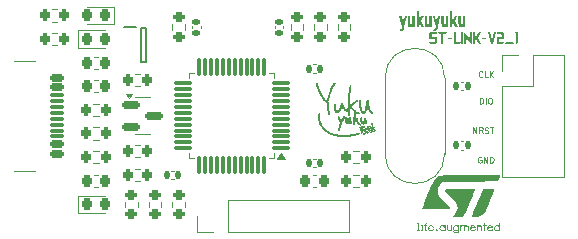
<source format=gbr>
%TF.GenerationSoftware,KiCad,Pcbnew,8.0.4*%
%TF.CreationDate,2024-10-29T04:22:13+09:00*%
%TF.ProjectId,ST-LINK-V2_1,53542d4c-494e-44b2-9d56-325f312e6b69,Rev2*%
%TF.SameCoordinates,Original*%
%TF.FileFunction,Legend,Top*%
%TF.FilePolarity,Positive*%
%FSLAX46Y46*%
G04 Gerber Fmt 4.6, Leading zero omitted, Abs format (unit mm)*
G04 Created by KiCad (PCBNEW 8.0.4) date 2024-10-29 04:22:13*
%MOMM*%
%LPD*%
G01*
G04 APERTURE LIST*
G04 Aperture macros list*
%AMRoundRect*
0 Rectangle with rounded corners*
0 $1 Rounding radius*
0 $2 $3 $4 $5 $6 $7 $8 $9 X,Y pos of 4 corners*
0 Add a 4 corners polygon primitive as box body*
4,1,4,$2,$3,$4,$5,$6,$7,$8,$9,$2,$3,0*
0 Add four circle primitives for the rounded corners*
1,1,$1+$1,$2,$3*
1,1,$1+$1,$4,$5*
1,1,$1+$1,$6,$7*
1,1,$1+$1,$8,$9*
0 Add four rect primitives between the rounded corners*
20,1,$1+$1,$2,$3,$4,$5,0*
20,1,$1+$1,$4,$5,$6,$7,0*
20,1,$1+$1,$6,$7,$8,$9,0*
20,1,$1+$1,$8,$9,$2,$3,0*%
G04 Aperture macros list end*
%ADD10C,0.100000*%
%ADD11C,0.120000*%
%ADD12C,0.000000*%
%ADD13C,0.200000*%
%ADD14RoundRect,0.150000X-0.587500X-0.150000X0.587500X-0.150000X0.587500X0.150000X-0.587500X0.150000X0*%
%ADD15RoundRect,0.218750X0.218750X0.256250X-0.218750X0.256250X-0.218750X-0.256250X0.218750X-0.256250X0*%
%ADD16RoundRect,0.140000X0.140000X0.170000X-0.140000X0.170000X-0.140000X-0.170000X0.140000X-0.170000X0*%
%ADD17RoundRect,0.225000X0.225000X0.250000X-0.225000X0.250000X-0.225000X-0.250000X0.225000X-0.250000X0*%
%ADD18RoundRect,0.200000X-0.200000X-0.275000X0.200000X-0.275000X0.200000X0.275000X-0.200000X0.275000X0*%
%ADD19RoundRect,0.140000X0.170000X-0.140000X0.170000X0.140000X-0.170000X0.140000X-0.170000X-0.140000X0*%
%ADD20R,1.700000X1.700000*%
%ADD21O,1.700000X1.700000*%
%ADD22RoundRect,0.200000X0.200000X0.275000X-0.200000X0.275000X-0.200000X-0.275000X0.200000X-0.275000X0*%
%ADD23RoundRect,0.140000X-0.140000X-0.170000X0.140000X-0.170000X0.140000X0.170000X-0.140000X0.170000X0*%
%ADD24RoundRect,0.200000X-0.275000X0.200000X-0.275000X-0.200000X0.275000X-0.200000X0.275000X0.200000X0*%
%ADD25RoundRect,0.200000X0.275000X-0.200000X0.275000X0.200000X-0.275000X0.200000X-0.275000X-0.200000X0*%
%ADD26C,1.500000*%
%ADD27RoundRect,0.218750X-0.218750X-0.256250X0.218750X-0.256250X0.218750X0.256250X-0.218750X0.256250X0*%
%ADD28RoundRect,0.075000X0.662500X0.075000X-0.662500X0.075000X-0.662500X-0.075000X0.662500X-0.075000X0*%
%ADD29RoundRect,0.075000X0.075000X0.662500X-0.075000X0.662500X-0.075000X-0.662500X0.075000X-0.662500X0*%
%ADD30C,0.650000*%
%ADD31RoundRect,0.150000X-0.425000X0.150000X-0.425000X-0.150000X0.425000X-0.150000X0.425000X0.150000X0*%
%ADD32RoundRect,0.075000X-0.500000X0.075000X-0.500000X-0.075000X0.500000X-0.075000X0.500000X0.075000X0*%
%ADD33O,2.100000X1.000000*%
%ADD34O,1.800000X1.000000*%
%ADD35R,1.050000X0.650000*%
G04 APERTURE END LIST*
D10*
G36*
X33811571Y-865536D02*
G01*
X33771268Y-862537D01*
X33731112Y-852599D01*
X33717586Y-847364D01*
X33753734Y-621098D01*
X33792822Y-631981D01*
X33796330Y-632528D01*
X33837901Y-623440D01*
X33873324Y-592025D01*
X33897413Y-538169D01*
X33902429Y-517637D01*
X33912199Y-470156D01*
X33667174Y458358D01*
X33868430Y458358D01*
X33952645Y61512D01*
X33964201Y3329D01*
X33976193Y-60529D01*
X33986790Y-118519D01*
X33998761Y-185166D01*
X34003057Y-209304D01*
X34008528Y-209304D01*
X34017403Y-149651D01*
X34026311Y-91632D01*
X34036134Y-28283D01*
X34045863Y34110D01*
X34050147Y61512D01*
X34123420Y458358D01*
X34312562Y458358D01*
X34093720Y-499758D01*
X34078065Y-557589D01*
X34058409Y-620073D01*
X34037806Y-675014D01*
X34012570Y-729578D01*
X33986045Y-773877D01*
X33982150Y-779367D01*
X33948115Y-817066D01*
X33908340Y-843994D01*
X33868828Y-858720D01*
X33824922Y-865200D01*
X33811571Y-865536D01*
G37*
G36*
X34599596Y-520861D02*
G01*
X34553205Y-514811D01*
X34512999Y-496662D01*
X34478979Y-466414D01*
X34451145Y-424067D01*
X34429496Y-369621D01*
X34414032Y-303075D01*
X34406494Y-245226D01*
X34402435Y-180571D01*
X34401661Y-133687D01*
X34401661Y458358D01*
X34600573Y458358D01*
X34600573Y-96171D01*
X34602581Y-155601D01*
X34611795Y-213870D01*
X34617572Y-229821D01*
X34651474Y-263144D01*
X34673846Y-266750D01*
X34713143Y-257284D01*
X34730705Y-244769D01*
X34761755Y-204446D01*
X34781117Y-168272D01*
X34781117Y458358D01*
X34980224Y458358D01*
X34980224Y-498000D01*
X34818242Y-498000D01*
X34803001Y-366695D01*
X34798703Y-366695D01*
X34771018Y-411108D01*
X34736122Y-454467D01*
X34699399Y-486986D01*
X34660848Y-508666D01*
X34620470Y-519506D01*
X34599596Y-520861D01*
G37*
G36*
X35139666Y-498000D02*
G01*
X35139666Y844066D01*
X35333301Y844066D01*
X35333301Y94338D01*
X35337600Y94338D01*
X35531236Y458358D01*
X35747928Y458358D01*
X35522443Y62977D01*
X35763169Y-498000D01*
X35546672Y-498000D01*
X35409896Y-135445D01*
X35333301Y-264992D01*
X35333301Y-498000D01*
X35139666Y-498000D01*
G37*
G36*
X36040824Y-520861D02*
G01*
X35994433Y-514811D01*
X35954228Y-496662D01*
X35920208Y-466414D01*
X35892373Y-424067D01*
X35870724Y-369621D01*
X35855260Y-303075D01*
X35847722Y-245226D01*
X35843663Y-180571D01*
X35842890Y-133687D01*
X35842890Y458358D01*
X36041801Y458358D01*
X36041801Y-96171D01*
X36043810Y-155601D01*
X36053023Y-213870D01*
X36058800Y-229821D01*
X36092703Y-263144D01*
X36115074Y-266750D01*
X36154371Y-257284D01*
X36171934Y-244769D01*
X36202983Y-204446D01*
X36222345Y-168272D01*
X36222345Y458358D01*
X36421452Y458358D01*
X36421452Y-498000D01*
X36259470Y-498000D01*
X36244229Y-366695D01*
X36239931Y-366695D01*
X36212246Y-411108D01*
X36177350Y-454467D01*
X36140627Y-486986D01*
X36102076Y-508666D01*
X36061698Y-519506D01*
X36040824Y-520861D01*
G37*
G36*
X36659638Y-865536D02*
G01*
X36619335Y-862537D01*
X36579179Y-852599D01*
X36565653Y-847364D01*
X36601801Y-621098D01*
X36640889Y-631981D01*
X36644397Y-632528D01*
X36685968Y-623440D01*
X36721391Y-592025D01*
X36745480Y-538169D01*
X36750496Y-517637D01*
X36760266Y-470156D01*
X36515241Y458358D01*
X36716497Y458358D01*
X36800712Y61512D01*
X36812268Y3329D01*
X36824260Y-60529D01*
X36834857Y-118519D01*
X36846828Y-185166D01*
X36851124Y-209304D01*
X36856595Y-209304D01*
X36865470Y-149651D01*
X36874378Y-91632D01*
X36884201Y-28283D01*
X36893930Y34110D01*
X36898214Y61512D01*
X36971487Y458358D01*
X37160629Y458358D01*
X36941787Y-499758D01*
X36926132Y-557589D01*
X36906476Y-620073D01*
X36885873Y-675014D01*
X36860637Y-729578D01*
X36834112Y-773877D01*
X36830217Y-779367D01*
X36796182Y-817066D01*
X36756407Y-843994D01*
X36716895Y-858720D01*
X36672989Y-865200D01*
X36659638Y-865536D01*
G37*
G36*
X37447663Y-520861D02*
G01*
X37401272Y-514811D01*
X37361066Y-496662D01*
X37327046Y-466414D01*
X37299212Y-424067D01*
X37277563Y-369621D01*
X37262099Y-303075D01*
X37254561Y-245226D01*
X37250502Y-180571D01*
X37249728Y-133687D01*
X37249728Y458358D01*
X37448640Y458358D01*
X37448640Y-96171D01*
X37450648Y-155601D01*
X37459862Y-213870D01*
X37465639Y-229821D01*
X37499541Y-263144D01*
X37521913Y-266750D01*
X37561210Y-257284D01*
X37578772Y-244769D01*
X37609822Y-204446D01*
X37629184Y-168272D01*
X37629184Y458358D01*
X37828291Y458358D01*
X37828291Y-498000D01*
X37666309Y-498000D01*
X37651068Y-366695D01*
X37646770Y-366695D01*
X37619085Y-411108D01*
X37584189Y-454467D01*
X37547466Y-486986D01*
X37508915Y-508666D01*
X37468537Y-519506D01*
X37447663Y-520861D01*
G37*
G36*
X37987733Y-498000D02*
G01*
X37987733Y844066D01*
X38181368Y844066D01*
X38181368Y94338D01*
X38185667Y94338D01*
X38379303Y458358D01*
X38595995Y458358D01*
X38370510Y62977D01*
X38611236Y-498000D01*
X38394739Y-498000D01*
X38257963Y-135445D01*
X38181368Y-264992D01*
X38181368Y-498000D01*
X37987733Y-498000D01*
G37*
G36*
X38888891Y-520861D02*
G01*
X38842500Y-514811D01*
X38802295Y-496662D01*
X38768275Y-466414D01*
X38740440Y-424067D01*
X38718791Y-369621D01*
X38703327Y-303075D01*
X38695789Y-245226D01*
X38691730Y-180571D01*
X38690957Y-133687D01*
X38690957Y458358D01*
X38889868Y458358D01*
X38889868Y-96171D01*
X38891877Y-155601D01*
X38901090Y-213870D01*
X38906867Y-229821D01*
X38940770Y-263144D01*
X38963141Y-266750D01*
X39002438Y-257284D01*
X39020000Y-244769D01*
X39051050Y-204446D01*
X39070412Y-168272D01*
X39070412Y458358D01*
X39269519Y458358D01*
X39269519Y-498000D01*
X39107537Y-498000D01*
X39092296Y-366695D01*
X39087998Y-366695D01*
X39060313Y-411108D01*
X39025417Y-454467D01*
X38988694Y-486986D01*
X38950143Y-508666D01*
X38909765Y-519506D01*
X38888891Y-520861D01*
G37*
X40702380Y-4678490D02*
X40678571Y-4702300D01*
X40678571Y-4702300D02*
X40607142Y-4726109D01*
X40607142Y-4726109D02*
X40559523Y-4726109D01*
X40559523Y-4726109D02*
X40488095Y-4702300D01*
X40488095Y-4702300D02*
X40440476Y-4654680D01*
X40440476Y-4654680D02*
X40416666Y-4607061D01*
X40416666Y-4607061D02*
X40392857Y-4511823D01*
X40392857Y-4511823D02*
X40392857Y-4440395D01*
X40392857Y-4440395D02*
X40416666Y-4345157D01*
X40416666Y-4345157D02*
X40440476Y-4297538D01*
X40440476Y-4297538D02*
X40488095Y-4249919D01*
X40488095Y-4249919D02*
X40559523Y-4226109D01*
X40559523Y-4226109D02*
X40607142Y-4226109D01*
X40607142Y-4226109D02*
X40678571Y-4249919D01*
X40678571Y-4249919D02*
X40702380Y-4273728D01*
X41154761Y-4726109D02*
X40916666Y-4726109D01*
X40916666Y-4726109D02*
X40916666Y-4226109D01*
X41321428Y-4726109D02*
X41321428Y-4226109D01*
X41607142Y-4726109D02*
X41392857Y-4440395D01*
X41607142Y-4226109D02*
X41321428Y-4511823D01*
X40488095Y-6976109D02*
X40488095Y-6476109D01*
X40488095Y-6476109D02*
X40607143Y-6476109D01*
X40607143Y-6476109D02*
X40678571Y-6499919D01*
X40678571Y-6499919D02*
X40726190Y-6547538D01*
X40726190Y-6547538D02*
X40750000Y-6595157D01*
X40750000Y-6595157D02*
X40773809Y-6690395D01*
X40773809Y-6690395D02*
X40773809Y-6761823D01*
X40773809Y-6761823D02*
X40750000Y-6857061D01*
X40750000Y-6857061D02*
X40726190Y-6904680D01*
X40726190Y-6904680D02*
X40678571Y-6952300D01*
X40678571Y-6952300D02*
X40607143Y-6976109D01*
X40607143Y-6976109D02*
X40488095Y-6976109D01*
X40988095Y-6976109D02*
X40988095Y-6476109D01*
X41321428Y-6476109D02*
X41416666Y-6476109D01*
X41416666Y-6476109D02*
X41464285Y-6499919D01*
X41464285Y-6499919D02*
X41511904Y-6547538D01*
X41511904Y-6547538D02*
X41535714Y-6642776D01*
X41535714Y-6642776D02*
X41535714Y-6809442D01*
X41535714Y-6809442D02*
X41511904Y-6904680D01*
X41511904Y-6904680D02*
X41464285Y-6952300D01*
X41464285Y-6952300D02*
X41416666Y-6976109D01*
X41416666Y-6976109D02*
X41321428Y-6976109D01*
X41321428Y-6976109D02*
X41273809Y-6952300D01*
X41273809Y-6952300D02*
X41226190Y-6904680D01*
X41226190Y-6904680D02*
X41202381Y-6809442D01*
X41202381Y-6809442D02*
X41202381Y-6642776D01*
X41202381Y-6642776D02*
X41226190Y-6547538D01*
X41226190Y-6547538D02*
X41273809Y-6499919D01*
X41273809Y-6499919D02*
X41321428Y-6476109D01*
X39928571Y-9476109D02*
X39928571Y-8976109D01*
X39928571Y-8976109D02*
X40214285Y-9476109D01*
X40214285Y-9476109D02*
X40214285Y-8976109D01*
X40738095Y-9476109D02*
X40571429Y-9238014D01*
X40452381Y-9476109D02*
X40452381Y-8976109D01*
X40452381Y-8976109D02*
X40642857Y-8976109D01*
X40642857Y-8976109D02*
X40690476Y-8999919D01*
X40690476Y-8999919D02*
X40714286Y-9023728D01*
X40714286Y-9023728D02*
X40738095Y-9071347D01*
X40738095Y-9071347D02*
X40738095Y-9142776D01*
X40738095Y-9142776D02*
X40714286Y-9190395D01*
X40714286Y-9190395D02*
X40690476Y-9214204D01*
X40690476Y-9214204D02*
X40642857Y-9238014D01*
X40642857Y-9238014D02*
X40452381Y-9238014D01*
X40928572Y-9452300D02*
X41000000Y-9476109D01*
X41000000Y-9476109D02*
X41119048Y-9476109D01*
X41119048Y-9476109D02*
X41166667Y-9452300D01*
X41166667Y-9452300D02*
X41190476Y-9428490D01*
X41190476Y-9428490D02*
X41214286Y-9380871D01*
X41214286Y-9380871D02*
X41214286Y-9333252D01*
X41214286Y-9333252D02*
X41190476Y-9285633D01*
X41190476Y-9285633D02*
X41166667Y-9261823D01*
X41166667Y-9261823D02*
X41119048Y-9238014D01*
X41119048Y-9238014D02*
X41023810Y-9214204D01*
X41023810Y-9214204D02*
X40976191Y-9190395D01*
X40976191Y-9190395D02*
X40952381Y-9166585D01*
X40952381Y-9166585D02*
X40928572Y-9118966D01*
X40928572Y-9118966D02*
X40928572Y-9071347D01*
X40928572Y-9071347D02*
X40952381Y-9023728D01*
X40952381Y-9023728D02*
X40976191Y-8999919D01*
X40976191Y-8999919D02*
X41023810Y-8976109D01*
X41023810Y-8976109D02*
X41142857Y-8976109D01*
X41142857Y-8976109D02*
X41214286Y-8999919D01*
X41357143Y-8976109D02*
X41642857Y-8976109D01*
X41500000Y-9476109D02*
X41500000Y-8976109D01*
X40619047Y-11499919D02*
X40571428Y-11476109D01*
X40571428Y-11476109D02*
X40499999Y-11476109D01*
X40499999Y-11476109D02*
X40428571Y-11499919D01*
X40428571Y-11499919D02*
X40380952Y-11547538D01*
X40380952Y-11547538D02*
X40357142Y-11595157D01*
X40357142Y-11595157D02*
X40333333Y-11690395D01*
X40333333Y-11690395D02*
X40333333Y-11761823D01*
X40333333Y-11761823D02*
X40357142Y-11857061D01*
X40357142Y-11857061D02*
X40380952Y-11904680D01*
X40380952Y-11904680D02*
X40428571Y-11952300D01*
X40428571Y-11952300D02*
X40499999Y-11976109D01*
X40499999Y-11976109D02*
X40547618Y-11976109D01*
X40547618Y-11976109D02*
X40619047Y-11952300D01*
X40619047Y-11952300D02*
X40642856Y-11928490D01*
X40642856Y-11928490D02*
X40642856Y-11761823D01*
X40642856Y-11761823D02*
X40547618Y-11761823D01*
X40857142Y-11976109D02*
X40857142Y-11476109D01*
X40857142Y-11476109D02*
X41142856Y-11976109D01*
X41142856Y-11976109D02*
X41142856Y-11476109D01*
X41380952Y-11976109D02*
X41380952Y-11476109D01*
X41380952Y-11476109D02*
X41500000Y-11476109D01*
X41500000Y-11476109D02*
X41571428Y-11499919D01*
X41571428Y-11499919D02*
X41619047Y-11547538D01*
X41619047Y-11547538D02*
X41642857Y-11595157D01*
X41642857Y-11595157D02*
X41666666Y-11690395D01*
X41666666Y-11690395D02*
X41666666Y-11761823D01*
X41666666Y-11761823D02*
X41642857Y-11857061D01*
X41642857Y-11857061D02*
X41619047Y-11904680D01*
X41619047Y-11904680D02*
X41571428Y-11952300D01*
X41571428Y-11952300D02*
X41500000Y-11976109D01*
X41500000Y-11976109D02*
X41380952Y-11976109D01*
G36*
X36894843Y-1763325D02*
G01*
X36818492Y-1911580D01*
X36288290Y-1911580D01*
X36212819Y-1767477D01*
X36685722Y-1767477D01*
X36716790Y-1707393D01*
X36716790Y-1492948D01*
X36235387Y-1492948D01*
X36235387Y-1090680D01*
X36315254Y-935097D01*
X36915066Y-935097D01*
X36841060Y-1079445D01*
X36448757Y-1079445D01*
X36410949Y-1150764D01*
X36410949Y-1352264D01*
X36894843Y-1352264D01*
X36894843Y-1763325D01*
G37*
G36*
X37624494Y-1079200D02*
G01*
X37407020Y-1079200D01*
X37407020Y-1915000D01*
X37231458Y-1915000D01*
X37231458Y-1079200D01*
X37011346Y-1079200D01*
X36936608Y-935097D01*
X37699378Y-935097D01*
X37624494Y-1079200D01*
G37*
G36*
X37816762Y-1380108D02*
G01*
X37741144Y-1524211D01*
X38217418Y-1524211D01*
X38144438Y-1380108D01*
X37816762Y-1380108D01*
G37*
G36*
X38864710Y-1770896D02*
G01*
X38789092Y-1915000D01*
X38292596Y-1915000D01*
X38292596Y-935097D01*
X38468157Y-935097D01*
X38468157Y-1770896D01*
X38864710Y-1770896D01*
G37*
G36*
X38931242Y-935097D02*
G01*
X39107683Y-935097D01*
X39107683Y-1915000D01*
X38931242Y-1915000D01*
X38931242Y-935097D01*
G37*
G36*
X39848764Y-1915000D02*
G01*
X39367362Y-1381573D01*
X39367362Y-1915000D01*
X39191800Y-1915000D01*
X39191800Y-935097D01*
X39675694Y-1464371D01*
X39675694Y-935097D01*
X39848764Y-935097D01*
X39848764Y-1915000D01*
G37*
G36*
X40334856Y-1415279D02*
G01*
X40590286Y-1915000D01*
X40396992Y-1915000D01*
X40175268Y-1490994D01*
X40090418Y-1490994D01*
X40090418Y-1915000D01*
X39915736Y-1915000D01*
X39915736Y-935097D01*
X40090418Y-935097D01*
X40090418Y-1346646D01*
X40175268Y-1346646D01*
X40391130Y-935097D01*
X40590286Y-935097D01*
X40334856Y-1415279D01*
G37*
G36*
X40724228Y-1380108D02*
G01*
X40648611Y-1524211D01*
X41124884Y-1524211D01*
X41051905Y-1380108D01*
X40724228Y-1380108D01*
G37*
G36*
X41477180Y-1915000D02*
G01*
X41587236Y-1915000D01*
X41898060Y-935097D01*
X41725868Y-935097D01*
X41532721Y-1588935D01*
X41338695Y-935097D01*
X41166503Y-935097D01*
X41477180Y-1915000D01*
G37*
G36*
X42491863Y-1911580D02*
G01*
X41934989Y-1911580D01*
X41934989Y-1352264D01*
X42369204Y-1352264D01*
X42369204Y-1150764D01*
X42331395Y-1079445D01*
X41988771Y-1079445D01*
X41914766Y-935097D01*
X42465045Y-935097D01*
X42544766Y-1090680D01*
X42544766Y-1492948D01*
X42113042Y-1492948D01*
X42113042Y-1767477D01*
X42567480Y-1767477D01*
X42491863Y-1911580D01*
G37*
G36*
X42683838Y-1770896D02*
G01*
X42608953Y-1915000D01*
X43405429Y-1915000D01*
X43329811Y-1770896D01*
X42683838Y-1770896D01*
G37*
G36*
X43584068Y-1057707D02*
G01*
X43447048Y-930212D01*
X43758750Y-930212D01*
X43758750Y-1743785D01*
X43584068Y-2025153D01*
X43584068Y-1057707D01*
G37*
D11*
%TO.C,Q1*%
X11937500Y-6440000D02*
X11287500Y-6440000D01*
X11937500Y-6440000D02*
X12587500Y-6440000D01*
X11937500Y-9560000D02*
X11287500Y-9560000D01*
X11937500Y-9560000D02*
X12587500Y-9560000D01*
X10775000Y-6490000D02*
X10535000Y-6160000D01*
X11015000Y-6160000D01*
X10775000Y-6490000D01*
G36*
X10775000Y-6490000D02*
G01*
X10535000Y-6160000D01*
X11015000Y-6160000D01*
X10775000Y-6490000D01*
G37*
%TO.C,F1*%
X8162779Y-12990000D02*
X7837221Y-12990000D01*
X8162779Y-14010000D02*
X7837221Y-14010000D01*
D12*
%TO.C,G\u002A\u002A\u002A*%
G36*
X28249941Y-5382872D02*
G01*
X28246940Y-5385873D01*
X28243940Y-5382872D01*
X28246940Y-5379872D01*
X28249941Y-5382872D01*
G37*
G36*
X29258020Y-8083085D02*
G01*
X29255020Y-8086085D01*
X29252020Y-8083085D01*
X29255020Y-8080085D01*
X29258020Y-8083085D01*
G37*
G36*
X31569916Y-9232105D02*
G01*
X31591031Y-9243677D01*
X31608043Y-9260587D01*
X31619181Y-9281712D01*
X31622674Y-9305930D01*
X31616749Y-9332117D01*
X31610448Y-9344393D01*
X31590790Y-9366138D01*
X31565546Y-9378734D01*
X31537597Y-9381474D01*
X31509822Y-9373656D01*
X31503988Y-9370429D01*
X31482202Y-9350791D01*
X31469647Y-9325700D01*
X31466948Y-9297982D01*
X31474732Y-9270459D01*
X31479875Y-9261653D01*
X31499679Y-9240645D01*
X31522469Y-9229466D01*
X31546472Y-9226994D01*
X31569916Y-9232105D01*
G37*
G36*
X31320136Y-9288618D02*
G01*
X31343604Y-9296061D01*
X31364072Y-9310402D01*
X31379402Y-9331178D01*
X31387457Y-9357926D01*
X31388165Y-9369392D01*
X31386838Y-9386610D01*
X31381263Y-9400028D01*
X31369103Y-9414615D01*
X31364892Y-9418896D01*
X31349461Y-9432901D01*
X31336542Y-9439777D01*
X31321203Y-9441807D01*
X31315388Y-9441812D01*
X31295913Y-9440406D01*
X31279685Y-9437375D01*
X31276508Y-9436311D01*
X31256383Y-9422176D01*
X31242144Y-9400283D01*
X31235041Y-9373943D01*
X31236326Y-9346467D01*
X31239028Y-9337087D01*
X31253115Y-9312307D01*
X31272754Y-9296278D01*
X31295807Y-9288535D01*
X31320136Y-9288618D01*
G37*
G36*
X30990905Y-9329946D02*
G01*
X31023476Y-9337612D01*
X31050060Y-9354258D01*
X31069530Y-9377894D01*
X31080758Y-9406526D01*
X31082618Y-9438162D01*
X31073982Y-9470811D01*
X31072480Y-9474093D01*
X31054896Y-9497955D01*
X31029862Y-9514998D01*
X31000376Y-9524304D01*
X30969440Y-9524954D01*
X30940052Y-9516030D01*
X30938379Y-9515157D01*
X30922051Y-9504953D01*
X30916958Y-9496837D01*
X30922930Y-9489155D01*
X30935040Y-9482457D01*
X30949527Y-9473602D01*
X30955428Y-9463196D01*
X30956154Y-9454719D01*
X30952382Y-9434863D01*
X30940707Y-9423631D01*
X30920592Y-9420641D01*
X30909604Y-9421736D01*
X30882441Y-9425809D01*
X30886712Y-9408499D01*
X30900194Y-9375341D01*
X30921544Y-9350520D01*
X30949517Y-9334974D01*
X30982863Y-9329646D01*
X30990905Y-9329946D01*
G37*
G36*
X31261836Y-8828584D02*
G01*
X31264438Y-8830004D01*
X31268891Y-8838475D01*
X31275136Y-8855415D01*
X31282043Y-8877654D01*
X31284241Y-8885494D01*
X31291140Y-8914534D01*
X31293016Y-8934010D01*
X31289714Y-8945327D01*
X31281079Y-8949890D01*
X31277124Y-8950153D01*
X31268147Y-8951743D01*
X31250896Y-8955974D01*
X31228593Y-8962040D01*
X31220844Y-8964257D01*
X31193802Y-8971373D01*
X31176580Y-8974083D01*
X31167908Y-8972564D01*
X31167080Y-8971758D01*
X31163056Y-8962432D01*
X31157785Y-8945002D01*
X31152164Y-8923171D01*
X31147088Y-8900644D01*
X31143454Y-8881123D01*
X31142153Y-8868736D01*
X31143738Y-8862536D01*
X31149820Y-8857137D01*
X31162409Y-8851539D01*
X31183518Y-8844743D01*
X31200100Y-8839960D01*
X31230287Y-8832056D01*
X31250472Y-8828325D01*
X31261836Y-8828584D01*
G37*
G36*
X30938861Y-9434804D02*
G01*
X30947523Y-9446407D01*
X30947362Y-9459535D01*
X30945472Y-9464058D01*
X30942072Y-9468119D01*
X30935903Y-9472139D01*
X30925710Y-9476535D01*
X30910235Y-9481729D01*
X30888222Y-9488140D01*
X30858413Y-9496187D01*
X30819551Y-9506290D01*
X30770380Y-9518868D01*
X30767139Y-9519694D01*
X30731824Y-9528478D01*
X30706175Y-9534184D01*
X30688313Y-9537017D01*
X30676360Y-9537180D01*
X30668438Y-9534879D01*
X30663331Y-9530999D01*
X30656625Y-9517708D01*
X30659168Y-9504203D01*
X30666631Y-9497096D01*
X30676467Y-9493472D01*
X30695660Y-9487635D01*
X30721995Y-9480160D01*
X30753257Y-9471626D01*
X30787230Y-9462610D01*
X30821702Y-9453689D01*
X30854455Y-9445440D01*
X30883276Y-9438441D01*
X30905949Y-9433268D01*
X30920261Y-9430499D01*
X30923347Y-9430191D01*
X30938861Y-9434804D01*
G37*
G36*
X31076095Y-8879590D02*
G01*
X31083786Y-8883776D01*
X31087205Y-8888648D01*
X31092023Y-8900871D01*
X31097602Y-8919282D01*
X31103146Y-8940544D01*
X31107857Y-8961321D01*
X31110939Y-8978277D01*
X31111596Y-8988077D01*
X31111202Y-8989120D01*
X31104423Y-8991922D01*
X31089117Y-8996795D01*
X31068394Y-9002877D01*
X31045365Y-9009304D01*
X31023138Y-9015215D01*
X31004824Y-9019747D01*
X30993533Y-9022037D01*
X30992078Y-9022159D01*
X30984259Y-9017924D01*
X30984086Y-9017659D01*
X30980925Y-9009423D01*
X30975870Y-8993210D01*
X30969957Y-8972679D01*
X30964221Y-8951489D01*
X30959699Y-8933302D01*
X30958086Y-8925810D01*
X30957536Y-8914764D01*
X30962054Y-8906473D01*
X30973473Y-8899705D01*
X30993631Y-8893222D01*
X31014017Y-8888171D01*
X31043345Y-8881801D01*
X31063326Y-8878936D01*
X31076095Y-8879590D01*
G37*
G36*
X30713231Y-9413494D02*
G01*
X30740247Y-9426551D01*
X30755090Y-9437385D01*
X30762610Y-9446246D01*
X30762011Y-9453880D01*
X30752492Y-9461034D01*
X30733256Y-9468456D01*
X30703505Y-9476891D01*
X30680132Y-9482785D01*
X30660867Y-9491870D01*
X30650311Y-9505725D01*
X30649020Y-9521542D01*
X30657547Y-9536511D01*
X30668031Y-9544146D01*
X30686082Y-9547289D01*
X30702396Y-9544625D01*
X30724457Y-9539054D01*
X30747300Y-9533288D01*
X30748806Y-9532908D01*
X30768015Y-9529298D01*
X30777333Y-9531291D01*
X30777815Y-9539572D01*
X30773687Y-9549041D01*
X30753475Y-9575600D01*
X30725881Y-9594517D01*
X30693829Y-9604309D01*
X30664945Y-9604303D01*
X30634378Y-9594193D01*
X30609869Y-9574768D01*
X30592823Y-9547772D01*
X30584641Y-9514953D01*
X30584124Y-9503767D01*
X30589375Y-9471972D01*
X30603796Y-9445560D01*
X30625389Y-9425518D01*
X30652158Y-9412835D01*
X30682104Y-9408497D01*
X30713231Y-9413494D01*
G37*
G36*
X31421701Y-8629151D02*
G01*
X31426846Y-8632856D01*
X31430612Y-8641478D01*
X31435809Y-8659596D01*
X31441854Y-8684875D01*
X31448162Y-8714979D01*
X31450682Y-8728136D01*
X31457192Y-8762788D01*
X31463673Y-8796761D01*
X31469464Y-8826623D01*
X31473903Y-8848941D01*
X31474697Y-8852813D01*
X31478484Y-8875961D01*
X31478581Y-8890281D01*
X31476728Y-8894055D01*
X31466854Y-8898177D01*
X31449844Y-8903520D01*
X31428842Y-8909301D01*
X31406994Y-8914733D01*
X31387443Y-8919032D01*
X31373335Y-8921413D01*
X31367859Y-8921225D01*
X31365052Y-8914059D01*
X31359327Y-8897589D01*
X31351349Y-8873867D01*
X31341783Y-8844946D01*
X31331294Y-8812877D01*
X31320546Y-8779712D01*
X31310205Y-8747503D01*
X31300934Y-8718303D01*
X31293398Y-8694162D01*
X31288263Y-8677133D01*
X31286193Y-8669267D01*
X31286180Y-8669088D01*
X31291882Y-8662831D01*
X31308124Y-8655101D01*
X31333603Y-8646395D01*
X31367021Y-8637207D01*
X31375200Y-8635196D01*
X31398482Y-8629974D01*
X31413049Y-8628001D01*
X31421701Y-8629151D01*
G37*
G36*
X30500807Y-8078736D02*
G01*
X30524197Y-8091591D01*
X30538627Y-8109133D01*
X30546714Y-8132466D01*
X30552673Y-8166432D01*
X30556377Y-8209831D01*
X30557703Y-8261463D01*
X30557434Y-8290101D01*
X30557570Y-8353958D01*
X30560810Y-8406770D01*
X30567216Y-8449103D01*
X30576853Y-8481524D01*
X30579760Y-8488117D01*
X30590198Y-8506270D01*
X30604137Y-8525734D01*
X30619306Y-8543863D01*
X30633432Y-8558013D01*
X30644244Y-8565542D01*
X30646782Y-8566123D01*
X30654204Y-8560741D01*
X30663008Y-8546436D01*
X30671833Y-8525965D01*
X30679316Y-8502089D01*
X30680246Y-8498353D01*
X30685032Y-8473955D01*
X30690007Y-8441129D01*
X30694774Y-8403430D01*
X30698935Y-8364416D01*
X30702094Y-8327644D01*
X30703852Y-8296670D01*
X30704082Y-8285008D01*
X30706692Y-8247493D01*
X30714844Y-8219332D01*
X30729174Y-8198926D01*
X30742276Y-8188959D01*
X30771948Y-8175579D01*
X30800192Y-8172792D01*
X30817153Y-8175826D01*
X30840843Y-8186891D01*
X30860805Y-8206784D01*
X30877556Y-8236339D01*
X30891615Y-8276386D01*
X30899466Y-8308032D01*
X30902983Y-8324066D01*
X30908560Y-8349436D01*
X30915673Y-8381761D01*
X30923797Y-8418655D01*
X30932408Y-8457738D01*
X30933813Y-8464115D01*
X30945840Y-8519581D01*
X30954993Y-8564756D01*
X30961260Y-8601006D01*
X30964630Y-8629694D01*
X30965091Y-8652185D01*
X30962634Y-8669843D01*
X30957245Y-8684032D01*
X30948914Y-8696117D01*
X30937630Y-8707463D01*
X30931755Y-8712548D01*
X30918812Y-8722217D01*
X30906728Y-8726827D01*
X30890600Y-8727663D01*
X30877017Y-8726892D01*
X30844658Y-8720172D01*
X30820984Y-8705249D01*
X30805808Y-8682005D01*
X30805438Y-8681065D01*
X30801890Y-8673246D01*
X30797909Y-8671977D01*
X30791015Y-8678214D01*
X30780573Y-8690668D01*
X30751820Y-8716723D01*
X30716242Y-8735070D01*
X30676624Y-8745185D01*
X30635756Y-8746544D01*
X30596425Y-8738621D01*
X30575017Y-8729353D01*
X30541712Y-8710218D01*
X30516009Y-8692186D01*
X30494196Y-8672362D01*
X30476116Y-8652144D01*
X30449033Y-8616563D01*
X30427195Y-8581518D01*
X30412426Y-8550033D01*
X30409762Y-8542121D01*
X30404320Y-8524054D01*
X30397380Y-8501099D01*
X30393447Y-8488117D01*
X30389023Y-8465918D01*
X30385856Y-8434404D01*
X30383936Y-8396194D01*
X30383250Y-8353907D01*
X30383787Y-8310162D01*
X30385536Y-8267578D01*
X30388486Y-8228774D01*
X30392624Y-8196368D01*
X30394758Y-8185093D01*
X30399664Y-8161677D01*
X30403452Y-8142270D01*
X30405466Y-8130279D01*
X30405618Y-8128790D01*
X30409793Y-8120000D01*
X30419952Y-8106499D01*
X30428183Y-8097288D01*
X30443927Y-8082686D01*
X30457604Y-8075744D01*
X30472485Y-8074084D01*
X30500807Y-8078736D01*
G37*
G36*
X29206767Y-8073103D02*
G01*
X29226947Y-8086143D01*
X29245065Y-8104175D01*
X29257744Y-8124171D01*
X29260916Y-8133616D01*
X29261905Y-8145908D01*
X29261951Y-8167634D01*
X29261117Y-8196269D01*
X29259463Y-8229287D01*
X29258133Y-8249722D01*
X29255143Y-8301626D01*
X29254274Y-8345111D01*
X29255516Y-8383568D01*
X29257670Y-8409652D01*
X29260467Y-8435574D01*
X29262981Y-8456581D01*
X29264890Y-8470117D01*
X29265732Y-8473827D01*
X29267926Y-8469352D01*
X29272165Y-8456047D01*
X29277560Y-8436718D01*
X29277939Y-8435282D01*
X29288327Y-8397998D01*
X29300669Y-8357159D01*
X29314219Y-8314918D01*
X29328232Y-8273428D01*
X29341960Y-8234844D01*
X29354658Y-8201317D01*
X29365579Y-8175003D01*
X29373977Y-8158053D01*
X29374060Y-8157914D01*
X29395999Y-8128161D01*
X29420100Y-8109524D01*
X29447897Y-8101135D01*
X29474037Y-8101239D01*
X29508314Y-8106390D01*
X29533243Y-8113951D01*
X29551382Y-8124833D01*
X29558034Y-8131078D01*
X29568949Y-8139993D01*
X29577266Y-8142248D01*
X29577844Y-8141978D01*
X29581095Y-8142126D01*
X29579988Y-8144565D01*
X29579706Y-8152791D01*
X29582153Y-8169708D01*
X29586852Y-8192444D01*
X29590378Y-8206997D01*
X29597187Y-8234557D01*
X29603249Y-8260611D01*
X29607613Y-8281015D01*
X29608745Y-8287101D01*
X29621049Y-8348814D01*
X29636727Y-8410187D01*
X29654821Y-8468075D01*
X29674378Y-8519334D01*
X29688600Y-8549930D01*
X29699719Y-8573043D01*
X29705627Y-8590297D01*
X29707432Y-8606035D01*
X29706651Y-8620631D01*
X29699076Y-8650327D01*
X29682066Y-8673577D01*
X29657558Y-8690371D01*
X29635666Y-8696409D01*
X29609069Y-8696337D01*
X29583134Y-8690570D01*
X29568393Y-8683464D01*
X29556871Y-8671515D01*
X29542848Y-8650000D01*
X29527274Y-8620844D01*
X29511097Y-8585975D01*
X29495268Y-8547320D01*
X29480737Y-8506806D01*
X29479520Y-8503118D01*
X29470759Y-8476883D01*
X29464767Y-8460789D01*
X29460787Y-8453503D01*
X29458058Y-8453698D01*
X29455822Y-8460041D01*
X29455560Y-8461115D01*
X29443281Y-8506293D01*
X29428346Y-8551434D01*
X29411697Y-8594357D01*
X29394271Y-8632880D01*
X29377008Y-8664820D01*
X29360848Y-8687997D01*
X29355293Y-8693956D01*
X29334380Y-8708211D01*
X29307115Y-8718923D01*
X29277040Y-8725502D01*
X29247694Y-8727356D01*
X29222619Y-8723895D01*
X29209851Y-8718228D01*
X29169057Y-8684209D01*
X29137019Y-8642345D01*
X29113500Y-8592266D01*
X29101752Y-8551122D01*
X29097372Y-8531548D01*
X29093488Y-8514373D01*
X29092972Y-8512119D01*
X29086187Y-8473349D01*
X29081648Y-8427805D01*
X29079284Y-8377901D01*
X29079027Y-8326054D01*
X29080805Y-8274679D01*
X29084548Y-8226191D01*
X29090186Y-8183007D01*
X29097649Y-8147542D01*
X29104136Y-8128089D01*
X29121449Y-8100122D01*
X29145506Y-8079974D01*
X29173956Y-8069327D01*
X29187897Y-8068084D01*
X29206767Y-8073103D01*
G37*
G36*
X31610495Y-9087086D02*
G01*
X31620142Y-9093419D01*
X31629824Y-9105059D01*
X31641906Y-9122626D01*
X31650687Y-9135404D01*
X31677617Y-9174482D01*
X31697472Y-9205123D01*
X31710402Y-9228476D01*
X31716555Y-9245687D01*
X31716079Y-9257904D01*
X31709122Y-9266275D01*
X31695835Y-9271947D01*
X31676364Y-9276068D01*
X31669043Y-9277218D01*
X31652270Y-9279165D01*
X31643140Y-9277240D01*
X31637480Y-9269683D01*
X31634380Y-9262595D01*
X31617833Y-9237337D01*
X31593400Y-9218483D01*
X31564121Y-9207481D01*
X31533038Y-9205776D01*
X31520020Y-9208222D01*
X31493664Y-9220415D01*
X31471145Y-9240246D01*
X31454338Y-9264924D01*
X31445118Y-9291659D01*
X31445362Y-9317662D01*
X31445649Y-9318867D01*
X31446411Y-9330709D01*
X31438987Y-9337722D01*
X31433316Y-9340137D01*
X31416495Y-9343593D01*
X31407613Y-9338263D01*
X31406189Y-9331072D01*
X31401404Y-9319350D01*
X31389129Y-9304755D01*
X31372486Y-9290021D01*
X31354594Y-9277881D01*
X31338575Y-9271069D01*
X31337421Y-9270827D01*
X31301995Y-9268366D01*
X31272059Y-9275892D01*
X31245720Y-9293928D01*
X31242343Y-9297191D01*
X31228744Y-9312005D01*
X31220973Y-9325259D01*
X31216825Y-9341917D01*
X31214812Y-9359136D01*
X31211174Y-9397188D01*
X31169171Y-9407552D01*
X31142798Y-9413410D01*
X31125864Y-9415126D01*
X31116436Y-9412407D01*
X31112584Y-9404959D01*
X31112144Y-9398877D01*
X31108194Y-9382609D01*
X31098087Y-9362528D01*
X31084374Y-9343083D01*
X31073844Y-9332098D01*
X31042376Y-9311598D01*
X31007409Y-9300562D01*
X30971387Y-9298884D01*
X30936755Y-9306460D01*
X30905957Y-9323185D01*
X30888178Y-9340055D01*
X30873588Y-9360642D01*
X30862445Y-9382463D01*
X30856339Y-9401872D01*
X30856182Y-9413330D01*
X30853880Y-9425901D01*
X30842165Y-9437207D01*
X30823578Y-9444940D01*
X30820634Y-9445594D01*
X30808641Y-9446429D01*
X30798796Y-9441774D01*
X30787166Y-9429520D01*
X30784435Y-9426164D01*
X30756769Y-9399845D01*
X30725746Y-9383658D01*
X30693005Y-9376852D01*
X30660187Y-9378672D01*
X30628930Y-9388365D01*
X30600876Y-9405179D01*
X30577663Y-9428360D01*
X30560932Y-9457155D01*
X30552322Y-9490811D01*
X30553474Y-9528574D01*
X30554077Y-9531961D01*
X30557185Y-9549881D01*
X30558745Y-9562058D01*
X30558651Y-9565282D01*
X30552538Y-9567758D01*
X30539475Y-9572377D01*
X30536725Y-9573312D01*
X30510395Y-9579439D01*
X30490382Y-9578327D01*
X30484286Y-9575611D01*
X30480609Y-9568659D01*
X30474816Y-9552558D01*
X30467612Y-9529826D01*
X30459701Y-9502978D01*
X30451787Y-9474530D01*
X30444576Y-9447000D01*
X30438771Y-9422904D01*
X30435076Y-9404758D01*
X30434113Y-9396365D01*
X30436588Y-9389564D01*
X30445491Y-9383873D01*
X30463034Y-9378133D01*
X30474616Y-9375157D01*
X30483699Y-9372918D01*
X30493604Y-9370448D01*
X30505224Y-9367517D01*
X30519450Y-9363894D01*
X30537174Y-9359348D01*
X30559290Y-9353650D01*
X30586688Y-9346568D01*
X30620261Y-9337871D01*
X30660901Y-9327329D01*
X30709501Y-9314712D01*
X30766951Y-9299788D01*
X30834146Y-9282327D01*
X30911975Y-9262099D01*
X30920151Y-9259974D01*
X30999446Y-9239358D01*
X31068095Y-9221497D01*
X31127069Y-9206136D01*
X31177338Y-9193021D01*
X31219874Y-9181897D01*
X31255648Y-9172510D01*
X31285631Y-9164605D01*
X31310794Y-9157928D01*
X31332108Y-9152223D01*
X31350544Y-9147237D01*
X31359004Y-9144929D01*
X31384641Y-9137980D01*
X31406930Y-9132060D01*
X31422627Y-9128023D01*
X31427191Y-9126935D01*
X31437107Y-9124560D01*
X31456225Y-9119807D01*
X31482124Y-9113285D01*
X31512382Y-9105601D01*
X31524923Y-9102400D01*
X31558096Y-9093716D01*
X31581838Y-9087856D01*
X31598516Y-9085439D01*
X31610495Y-9087086D01*
G37*
G36*
X29043263Y-8011279D02*
G01*
X29068241Y-8023423D01*
X29085806Y-8044022D01*
X29094692Y-8071225D01*
X29095452Y-8087639D01*
X29091656Y-8107206D01*
X29082015Y-8134929D01*
X29067334Y-8168972D01*
X29048415Y-8207501D01*
X29026063Y-8248679D01*
X29021235Y-8257099D01*
X29006328Y-8282971D01*
X28993706Y-8305234D01*
X28982115Y-8326235D01*
X28970301Y-8348323D01*
X28957011Y-8373843D01*
X28940991Y-8405145D01*
X28920989Y-8444574D01*
X28918516Y-8449459D01*
X28900706Y-8485078D01*
X28883827Y-8519609D01*
X28869015Y-8550670D01*
X28857406Y-8575879D01*
X28850135Y-8592856D01*
X28850030Y-8593125D01*
X28842089Y-8612769D01*
X28835344Y-8628097D01*
X28831656Y-8635128D01*
X28826895Y-8644320D01*
X28818822Y-8662731D01*
X28808243Y-8688310D01*
X28795966Y-8719004D01*
X28782797Y-8752760D01*
X28769541Y-8787527D01*
X28757005Y-8821251D01*
X28745995Y-8851881D01*
X28742082Y-8863146D01*
X28723584Y-8920712D01*
X28706561Y-8980557D01*
X28691955Y-9039018D01*
X28680705Y-9092430D01*
X28675864Y-9121167D01*
X28667079Y-9167163D01*
X28655610Y-9205866D01*
X28642128Y-9235049D01*
X28640934Y-9236983D01*
X28622795Y-9255235D01*
X28598532Y-9265482D01*
X28571503Y-9267077D01*
X28545067Y-9259372D01*
X28539846Y-9256476D01*
X28525625Y-9246046D01*
X28515113Y-9233051D01*
X28506351Y-9214325D01*
X28498076Y-9189068D01*
X28494636Y-9176373D01*
X28492572Y-9164392D01*
X28492078Y-9151220D01*
X28493345Y-9134951D01*
X28496566Y-9113681D01*
X28501934Y-9085503D01*
X28509641Y-9048512D01*
X28514637Y-9025159D01*
X28536240Y-8934546D01*
X28561179Y-8847298D01*
X28582984Y-8782140D01*
X28601108Y-8732211D01*
X28615405Y-8693538D01*
X28625916Y-8666014D01*
X28632680Y-8649533D01*
X28633789Y-8647129D01*
X28642940Y-8627289D01*
X28652422Y-8605416D01*
X28660944Y-8584664D01*
X28667216Y-8568187D01*
X28669945Y-8559138D01*
X28669974Y-8558739D01*
X28666535Y-8550830D01*
X28657843Y-8537649D01*
X28652816Y-8530984D01*
X28631589Y-8502416D01*
X28607745Y-8467928D01*
X28584384Y-8432151D01*
X28564606Y-8399714D01*
X28562783Y-8396549D01*
X28551346Y-8378681D01*
X28541924Y-8367941D01*
X28536561Y-8365974D01*
X28532955Y-8366189D01*
X28534299Y-8363182D01*
X28533727Y-8354825D01*
X28528133Y-8339612D01*
X28519354Y-8322011D01*
X28496278Y-8279367D01*
X28479008Y-8244294D01*
X28466657Y-8214402D01*
X28458335Y-8187300D01*
X28453155Y-8160599D01*
X28450610Y-8137089D01*
X28449332Y-8113161D01*
X28450565Y-8096592D01*
X28455032Y-8082877D01*
X28461133Y-8071418D01*
X28479520Y-8047929D01*
X28501207Y-8033052D01*
X28523922Y-8028139D01*
X28532131Y-8029118D01*
X28545015Y-8034847D01*
X28561462Y-8045896D01*
X28578483Y-8059720D01*
X28593088Y-8073770D01*
X28602287Y-8085500D01*
X28603969Y-8090318D01*
X28606731Y-8100649D01*
X28614397Y-8118910D01*
X28626036Y-8143411D01*
X28640718Y-8172467D01*
X28657512Y-8204389D01*
X28675487Y-8237490D01*
X28693713Y-8270083D01*
X28711259Y-8300479D01*
X28727194Y-8326992D01*
X28740588Y-8347935D01*
X28750510Y-8361618D01*
X28756029Y-8366356D01*
X28756185Y-8366324D01*
X28760768Y-8360647D01*
X28769579Y-8346333D01*
X28781415Y-8325446D01*
X28795072Y-8300049D01*
X28797261Y-8295867D01*
X28812672Y-8266707D01*
X28827915Y-8238532D01*
X28841206Y-8214603D01*
X28850561Y-8198504D01*
X28860131Y-8182226D01*
X28866461Y-8170349D01*
X28867989Y-8166415D01*
X28871543Y-8158581D01*
X28881000Y-8143941D01*
X28894552Y-8124884D01*
X28910390Y-8103802D01*
X28926708Y-8083082D01*
X28941698Y-8065117D01*
X28953551Y-8052295D01*
X28956127Y-8049895D01*
X28979163Y-8032723D01*
X29003484Y-8019587D01*
X29025831Y-8011932D01*
X29042946Y-8011200D01*
X29043263Y-8011279D01*
G37*
G36*
X30787768Y-8837587D02*
G01*
X30790490Y-8842414D01*
X30790410Y-8845799D01*
X30791582Y-8854237D01*
X30795384Y-8869861D01*
X30798384Y-8880460D01*
X30803179Y-8898537D01*
X30803858Y-8909193D01*
X30800414Y-8916280D01*
X30798319Y-8918545D01*
X30795006Y-8923452D01*
X30793844Y-8930944D01*
X30795100Y-8943067D01*
X30799045Y-8961869D01*
X30805947Y-8989397D01*
X30809301Y-9002194D01*
X30816979Y-9030570D01*
X30823843Y-9054586D01*
X30829206Y-9071935D01*
X30832381Y-9080307D01*
X30832624Y-9080643D01*
X30839056Y-9080008D01*
X30855706Y-9076602D01*
X30881202Y-9070767D01*
X30914173Y-9062850D01*
X30953247Y-9053195D01*
X30997053Y-9042145D01*
X31044219Y-9030047D01*
X31093375Y-9017245D01*
X31143148Y-9004082D01*
X31192167Y-8990905D01*
X31220175Y-8983264D01*
X31272205Y-8969207D01*
X31323620Y-8955736D01*
X31373039Y-8943175D01*
X31419082Y-8931852D01*
X31460372Y-8922093D01*
X31495528Y-8914225D01*
X31523171Y-8908573D01*
X31541922Y-8905464D01*
X31550220Y-8905156D01*
X31562998Y-8913357D01*
X31567985Y-8919746D01*
X31572032Y-8930229D01*
X31577912Y-8948922D01*
X31584750Y-8972600D01*
X31591672Y-8998038D01*
X31597802Y-9022008D01*
X31602265Y-9041287D01*
X31604186Y-9052649D01*
X31604205Y-9053244D01*
X31599481Y-9057543D01*
X31584978Y-9063606D01*
X31560196Y-9071593D01*
X31524636Y-9081666D01*
X31479695Y-9093499D01*
X31437785Y-9104299D01*
X31395186Y-9115339D01*
X31354928Y-9125831D01*
X31320040Y-9134985D01*
X31293552Y-9142010D01*
X31292180Y-9142378D01*
X31266992Y-9149077D01*
X31233035Y-9158025D01*
X31193162Y-9168475D01*
X31150225Y-9179680D01*
X31107078Y-9190892D01*
X31097165Y-9193461D01*
X31053313Y-9204833D01*
X31007992Y-9216617D01*
X30964338Y-9227995D01*
X30925482Y-9238151D01*
X30894559Y-9246269D01*
X30890149Y-9247431D01*
X30815839Y-9266988D01*
X30745646Y-9285365D01*
X30680408Y-9302349D01*
X30620966Y-9317724D01*
X30568162Y-9331276D01*
X30522834Y-9342790D01*
X30485824Y-9352051D01*
X30457971Y-9358845D01*
X30440117Y-9362957D01*
X30433288Y-9364186D01*
X30428992Y-9361256D01*
X30423885Y-9351680D01*
X30417555Y-9334282D01*
X30409589Y-9307886D01*
X30399575Y-9271313D01*
X30395977Y-9257678D01*
X30385879Y-9219071D01*
X30375743Y-9180192D01*
X30366403Y-9144251D01*
X30358696Y-9114462D01*
X30354724Y-9099008D01*
X30349587Y-9080648D01*
X30442243Y-9080648D01*
X30442449Y-9086669D01*
X30445429Y-9097613D01*
X30450209Y-9116182D01*
X30455710Y-9138175D01*
X30465829Y-9179185D01*
X30487285Y-9175160D01*
X30506943Y-9170317D01*
X30524440Y-9164251D01*
X30524667Y-9164152D01*
X30540592Y-9157170D01*
X30528786Y-9107234D01*
X30516980Y-9057299D01*
X30492048Y-9061482D01*
X30465122Y-9067058D01*
X30448939Y-9073234D01*
X30442243Y-9080648D01*
X30349587Y-9080648D01*
X30347138Y-9071894D01*
X30340436Y-9054459D01*
X30333632Y-9044528D01*
X30328324Y-9040897D01*
X30323854Y-9036831D01*
X30591454Y-9036831D01*
X30592050Y-9042988D01*
X30595158Y-9057371D01*
X30599913Y-9076690D01*
X30605453Y-9097655D01*
X30610915Y-9116975D01*
X30615436Y-9131360D01*
X30617715Y-9136973D01*
X30624166Y-9137331D01*
X30639082Y-9134746D01*
X30659544Y-9130020D01*
X30682636Y-9123955D01*
X30705439Y-9117354D01*
X30725035Y-9111017D01*
X30738506Y-9105749D01*
X30742982Y-9102543D01*
X30741173Y-9089560D01*
X30736912Y-9070970D01*
X30731164Y-9049993D01*
X30724891Y-9029850D01*
X30719058Y-9013761D01*
X30714629Y-9004946D01*
X30713538Y-9004173D01*
X30705188Y-9005645D01*
X30688805Y-9009502D01*
X30667440Y-9014928D01*
X30644142Y-9021106D01*
X30621961Y-9027222D01*
X30603948Y-9032460D01*
X30593150Y-9036003D01*
X30591454Y-9036831D01*
X30323854Y-9036831D01*
X30318313Y-9031791D01*
X30310972Y-9013719D01*
X30308684Y-9004256D01*
X30304844Y-8986792D01*
X30302782Y-8973609D01*
X30303851Y-8963658D01*
X30309401Y-8955889D01*
X30320785Y-8949252D01*
X30339355Y-8942699D01*
X30366460Y-8935178D01*
X30403454Y-8925641D01*
X30413111Y-8923153D01*
X30442420Y-8915566D01*
X30480359Y-8905722D01*
X30523944Y-8894394D01*
X30570194Y-8882358D01*
X30616126Y-8870390D01*
X30632128Y-8866217D01*
X30680287Y-8853862D01*
X30718056Y-8844734D01*
X30746562Y-8838687D01*
X30766931Y-8835578D01*
X30780291Y-8835259D01*
X30787768Y-8837587D01*
G37*
G36*
X31029307Y-6625581D02*
G01*
X31053523Y-6636863D01*
X31072874Y-6656516D01*
X31087738Y-6685217D01*
X31098492Y-6723644D01*
X31105512Y-6772476D01*
X31108605Y-6817473D01*
X31115927Y-6919978D01*
X31128493Y-7022262D01*
X31145856Y-7122217D01*
X31167571Y-7217732D01*
X31193191Y-7306697D01*
X31222271Y-7387004D01*
X31235541Y-7417935D01*
X31262138Y-7472816D01*
X31289824Y-7521140D01*
X31320809Y-7566085D01*
X31357303Y-7610832D01*
X31401515Y-7658560D01*
X31405891Y-7663052D01*
X31428542Y-7686643D01*
X31444113Y-7704276D01*
X31454219Y-7718263D01*
X31460474Y-7730918D01*
X31464494Y-7744552D01*
X31465282Y-7748117D01*
X31468486Y-7779674D01*
X31462692Y-7803879D01*
X31447376Y-7821396D01*
X31422015Y-7832888D01*
X31394251Y-7838177D01*
X31376413Y-7839313D01*
X31361504Y-7836957D01*
X31344703Y-7829890D01*
X31330068Y-7821958D01*
X31291185Y-7795040D01*
X31250763Y-7757837D01*
X31209905Y-7711772D01*
X31169715Y-7658264D01*
X31131295Y-7598737D01*
X31095750Y-7534611D01*
X31076677Y-7495421D01*
X31062850Y-7463293D01*
X31047235Y-7423472D01*
X31031230Y-7379836D01*
X31016229Y-7336263D01*
X31003629Y-7296633D01*
X30997710Y-7276021D01*
X30990401Y-7249019D01*
X30985961Y-7267021D01*
X30982823Y-7280003D01*
X30977690Y-7301530D01*
X30971307Y-7328465D01*
X30965277Y-7354028D01*
X30948747Y-7421061D01*
X30931333Y-7485840D01*
X30913472Y-7547056D01*
X30895606Y-7603401D01*
X30878172Y-7653567D01*
X30861610Y-7696245D01*
X30846360Y-7730127D01*
X30832860Y-7753905D01*
X30829480Y-7758540D01*
X30819608Y-7773064D01*
X30813664Y-7784607D01*
X30805247Y-7796984D01*
X30789924Y-7812494D01*
X30771175Y-7828253D01*
X30752480Y-7841378D01*
X30737316Y-7848986D01*
X30735308Y-7849531D01*
X30716876Y-7854154D01*
X30701738Y-7858563D01*
X30677733Y-7863109D01*
X30651955Y-7861168D01*
X30621142Y-7852355D01*
X30608443Y-7847528D01*
X30576031Y-7829936D01*
X30541441Y-7802943D01*
X30506440Y-7768479D01*
X30472797Y-7728478D01*
X30442279Y-7684871D01*
X30416654Y-7639589D01*
X30414916Y-7636050D01*
X30384952Y-7566842D01*
X30357606Y-7488967D01*
X30333761Y-7405634D01*
X30314304Y-7320052D01*
X30300118Y-7235428D01*
X30296605Y-7207016D01*
X30291919Y-7155877D01*
X30288593Y-7100175D01*
X30286585Y-7041656D01*
X30285852Y-6982066D01*
X30286354Y-6923151D01*
X30288047Y-6866656D01*
X30290891Y-6814326D01*
X30294842Y-6767909D01*
X30299859Y-6729149D01*
X30305900Y-6699791D01*
X30309054Y-6689811D01*
X30324470Y-6661297D01*
X30344978Y-6642579D01*
X30369235Y-6634285D01*
X30395899Y-6637045D01*
X30409600Y-6642707D01*
X30422216Y-6651282D01*
X30432571Y-6663480D01*
X30440908Y-6680467D01*
X30447469Y-6703407D01*
X30452496Y-6733464D01*
X30456231Y-6771804D01*
X30458918Y-6819590D01*
X30460798Y-6877988D01*
X30461075Y-6889960D01*
X30462677Y-6961186D01*
X30464182Y-7021815D01*
X30465724Y-7073252D01*
X30467436Y-7116899D01*
X30469451Y-7154158D01*
X30471902Y-7186433D01*
X30474923Y-7215126D01*
X30478645Y-7241640D01*
X30483204Y-7267379D01*
X30488731Y-7293744D01*
X30495360Y-7322139D01*
X30503223Y-7353966D01*
X30506255Y-7366029D01*
X30529776Y-7447348D01*
X30557077Y-7518896D01*
X30586661Y-7578614D01*
X30599404Y-7599178D01*
X30615026Y-7621175D01*
X30631649Y-7642332D01*
X30647391Y-7660377D01*
X30660374Y-7673039D01*
X30668717Y-7678044D01*
X30668938Y-7678053D01*
X30675459Y-7672477D01*
X30684479Y-7656696D01*
X30695517Y-7632130D01*
X30708092Y-7600199D01*
X30721727Y-7562325D01*
X30735939Y-7519927D01*
X30750250Y-7474425D01*
X30764179Y-7427241D01*
X30777247Y-7379794D01*
X30788973Y-7333505D01*
X30796681Y-7300023D01*
X30802012Y-7275796D01*
X30808772Y-7245277D01*
X30815761Y-7213885D01*
X30817967Y-7204016D01*
X30825216Y-7170684D01*
X30833212Y-7132445D01*
X30840521Y-7096193D01*
X30842313Y-7087007D01*
X30848275Y-7056257D01*
X30855572Y-7018807D01*
X30863214Y-6979733D01*
X30869247Y-6948996D01*
X30876029Y-6913836D01*
X30883980Y-6871538D01*
X30892230Y-6826790D01*
X30899908Y-6784281D01*
X30901879Y-6773181D01*
X30908306Y-6739216D01*
X30914914Y-6708468D01*
X30921131Y-6683311D01*
X30926388Y-6666115D01*
X30928985Y-6660386D01*
X30948499Y-6640319D01*
X30974424Y-6626632D01*
X30999850Y-6621992D01*
X31029307Y-6625581D01*
G37*
G36*
X26947079Y-7801523D02*
G01*
X26962085Y-7806362D01*
X26982478Y-7820868D01*
X26994891Y-7843161D01*
X26999103Y-7871868D01*
X26994890Y-7905618D01*
X26983678Y-7939247D01*
X26970107Y-7983389D01*
X26962575Y-8037434D01*
X26961091Y-8100911D01*
X26965664Y-8173347D01*
X26976303Y-8254271D01*
X26977748Y-8263099D01*
X26994128Y-8350459D01*
X27013017Y-8429087D01*
X27035416Y-8502158D01*
X27062329Y-8572848D01*
X27094758Y-8644332D01*
X27104041Y-8663088D01*
X27157686Y-8758805D01*
X27222107Y-8854482D01*
X27296159Y-8948688D01*
X27378697Y-9039994D01*
X27468576Y-9126972D01*
X27492952Y-9148654D01*
X27557124Y-9201324D01*
X27628215Y-9253672D01*
X27703390Y-9303895D01*
X27779813Y-9350193D01*
X27854648Y-9390767D01*
X27925058Y-9423814D01*
X27928915Y-9425449D01*
X28004858Y-9455096D01*
X28089099Y-9483876D01*
X28178795Y-9511050D01*
X28271102Y-9535885D01*
X28363179Y-9557645D01*
X28452182Y-9575592D01*
X28535269Y-9588993D01*
X28582967Y-9594735D01*
X28601746Y-9596735D01*
X28628353Y-9599685D01*
X28658696Y-9603128D01*
X28678974Y-9605470D01*
X28710246Y-9608164D01*
X28751671Y-9610295D01*
X28801416Y-9611871D01*
X28857647Y-9612900D01*
X28918532Y-9613392D01*
X28982235Y-9613354D01*
X29046924Y-9612795D01*
X29110765Y-9611723D01*
X29171924Y-9610148D01*
X29228569Y-9608078D01*
X29278864Y-9605520D01*
X29320976Y-9602485D01*
X29321025Y-9602481D01*
X29412767Y-9593975D01*
X29499701Y-9584968D01*
X29580423Y-9575631D01*
X29653530Y-9566139D01*
X29717620Y-9556663D01*
X29771289Y-9547378D01*
X29777061Y-9546265D01*
X29804948Y-9540916D01*
X29833063Y-9535678D01*
X29855596Y-9531632D01*
X29856739Y-9531435D01*
X29881257Y-9526520D01*
X29913777Y-9519037D01*
X29951041Y-9509833D01*
X29989790Y-9499757D01*
X30026765Y-9489657D01*
X30058709Y-9480382D01*
X30082362Y-9472780D01*
X30083332Y-9472437D01*
X30133829Y-9454871D01*
X30175456Y-9441572D01*
X30210385Y-9432103D01*
X30240790Y-9426030D01*
X30268842Y-9422917D01*
X30296713Y-9422330D01*
X30326104Y-9423796D01*
X30371108Y-9427191D01*
X30369322Y-9444066D01*
X30361921Y-9469267D01*
X30345793Y-9497872D01*
X30322827Y-9527684D01*
X30294909Y-9556503D01*
X30263924Y-9582133D01*
X30234863Y-9600716D01*
X30216144Y-9609800D01*
X30191003Y-9620480D01*
X30162142Y-9631782D01*
X30132262Y-9642731D01*
X30104064Y-9652354D01*
X30080250Y-9659674D01*
X30063520Y-9663718D01*
X30058912Y-9664210D01*
X30046112Y-9667011D01*
X30039500Y-9669951D01*
X30026120Y-9674945D01*
X30002365Y-9681278D01*
X29969757Y-9688685D01*
X29929814Y-9696900D01*
X29884055Y-9705656D01*
X29834001Y-9714689D01*
X29781170Y-9723732D01*
X29727082Y-9732519D01*
X29673257Y-9740785D01*
X29621213Y-9748264D01*
X29572471Y-9754690D01*
X29528550Y-9759797D01*
X29522041Y-9760477D01*
X29424425Y-9769696D01*
X29325631Y-9777514D01*
X29227488Y-9783856D01*
X29131825Y-9788646D01*
X29040471Y-9791807D01*
X28955254Y-9793264D01*
X28878004Y-9792940D01*
X28810549Y-9790759D01*
X28803230Y-9790371D01*
X28634577Y-9777003D01*
X28471291Y-9756042D01*
X28314233Y-9727678D01*
X28164267Y-9692102D01*
X28022254Y-9649505D01*
X27889056Y-9600075D01*
X27834534Y-9576690D01*
X27774731Y-9548324D01*
X27712709Y-9516031D01*
X27651247Y-9481428D01*
X27593127Y-9446133D01*
X27541127Y-9411764D01*
X27502882Y-9383757D01*
X27495040Y-9377697D01*
X27481207Y-9367048D01*
X27469879Y-9358342D01*
X27420112Y-9318432D01*
X27368224Y-9273771D01*
X27315999Y-9226111D01*
X27265222Y-9177202D01*
X27217678Y-9128795D01*
X27175152Y-9082640D01*
X27139428Y-9040489D01*
X27120041Y-9015158D01*
X27108708Y-8999981D01*
X27099975Y-8989165D01*
X27096967Y-8986065D01*
X27089502Y-8977751D01*
X27077237Y-8960810D01*
X27061296Y-8937053D01*
X27042804Y-8908290D01*
X27022885Y-8876332D01*
X27002663Y-8842987D01*
X26983264Y-8810066D01*
X26965811Y-8779379D01*
X26951429Y-8752736D01*
X26948701Y-8747424D01*
X26915425Y-8678709D01*
X26887403Y-8613385D01*
X26863817Y-8548783D01*
X26843845Y-8482237D01*
X26826666Y-8411076D01*
X26811461Y-8332635D01*
X26800657Y-8266099D01*
X26789885Y-8179543D01*
X26784942Y-8100887D01*
X26785809Y-8030726D01*
X26792466Y-7969649D01*
X26804896Y-7918250D01*
X26812410Y-7898336D01*
X26833324Y-7859561D01*
X26858309Y-7829840D01*
X26886304Y-7809825D01*
X26916248Y-7800169D01*
X26947079Y-7801523D01*
G37*
G36*
X28262463Y-5186567D02*
G01*
X28282689Y-5200325D01*
X28294755Y-5220194D01*
X28298384Y-5245044D01*
X28293300Y-5273745D01*
X28279227Y-5305168D01*
X28255888Y-5338182D01*
X28240888Y-5354698D01*
X28204744Y-5396784D01*
X28167389Y-5450177D01*
X28129083Y-5514272D01*
X28090088Y-5588464D01*
X28050665Y-5672150D01*
X28011074Y-5764725D01*
X27971577Y-5865586D01*
X27932433Y-5974127D01*
X27893905Y-6089745D01*
X27856253Y-6211835D01*
X27827165Y-6312946D01*
X27816571Y-6350912D01*
X27804721Y-6393355D01*
X27793210Y-6434558D01*
X27785271Y-6462957D01*
X27775877Y-6496582D01*
X27766112Y-6531591D01*
X27757271Y-6563338D01*
X27751817Y-6582967D01*
X27741312Y-6619480D01*
X27729869Y-6656981D01*
X27718292Y-6693037D01*
X27707386Y-6725217D01*
X27697956Y-6751089D01*
X27690806Y-6768221D01*
X27689922Y-6769998D01*
X27684255Y-6783025D01*
X27682868Y-6790775D01*
X27683118Y-6791205D01*
X27684697Y-6798133D01*
X27687109Y-6815946D01*
X27690245Y-6843565D01*
X27693994Y-6879912D01*
X27698248Y-6923907D01*
X27702896Y-6974472D01*
X27707829Y-7030528D01*
X27709837Y-7054004D01*
X27713405Y-7093882D01*
X27717726Y-7138905D01*
X27722196Y-7182941D01*
X27725440Y-7213017D01*
X27729443Y-7249268D01*
X27733604Y-7287776D01*
X27737391Y-7323560D01*
X27739908Y-7348027D01*
X27743830Y-7382181D01*
X27749382Y-7424028D01*
X27756073Y-7470392D01*
X27763411Y-7518095D01*
X27770904Y-7563960D01*
X27778063Y-7604810D01*
X27784394Y-7637468D01*
X27785369Y-7642050D01*
X27796378Y-7687857D01*
X27811689Y-7743678D01*
X27831004Y-7808440D01*
X27837454Y-7829193D01*
X27844092Y-7852399D01*
X27846673Y-7868800D01*
X27845577Y-7882742D01*
X27843022Y-7892720D01*
X27828951Y-7921933D01*
X27807735Y-7943498D01*
X27781514Y-7956285D01*
X27752429Y-7959167D01*
X27728023Y-7953379D01*
X27712691Y-7945580D01*
X27699251Y-7934490D01*
X27687101Y-7918842D01*
X27675638Y-7897370D01*
X27664260Y-7868808D01*
X27652366Y-7831890D01*
X27639354Y-7785349D01*
X27628889Y-7744916D01*
X27605151Y-7637468D01*
X27585817Y-7521125D01*
X27571132Y-7398250D01*
X27561342Y-7271205D01*
X27556693Y-7142352D01*
X27556659Y-7050322D01*
X27558833Y-6905629D01*
X27519263Y-6901934D01*
X27501899Y-6899832D01*
X27486894Y-6896366D01*
X27471953Y-6890389D01*
X27454785Y-6880753D01*
X27433096Y-6866310D01*
X27404593Y-6845912D01*
X27398579Y-6841532D01*
X27388064Y-6831991D01*
X27371702Y-6814900D01*
X27351099Y-6792117D01*
X27327862Y-6765500D01*
X27303594Y-6736907D01*
X27279901Y-6708196D01*
X27258389Y-6681224D01*
X27245437Y-6664306D01*
X27233195Y-6647374D01*
X27216898Y-6624020D01*
X27197691Y-6595964D01*
X27176714Y-6564926D01*
X27155112Y-6532629D01*
X27134027Y-6500792D01*
X27114601Y-6471137D01*
X27097978Y-6445386D01*
X27085300Y-6425258D01*
X27077710Y-6412475D01*
X27076203Y-6409437D01*
X27069866Y-6403298D01*
X27065719Y-6403949D01*
X27061835Y-6404985D01*
X27062950Y-6403312D01*
X27062340Y-6395812D01*
X27056187Y-6379933D01*
X27045325Y-6357461D01*
X27030592Y-6330182D01*
X27020652Y-6312946D01*
X27011239Y-6296282D01*
X26998191Y-6272192D01*
X26982295Y-6242220D01*
X26964340Y-6207909D01*
X26945114Y-6170803D01*
X26925405Y-6132445D01*
X26906000Y-6094381D01*
X26887688Y-6058153D01*
X26871256Y-6025305D01*
X26857493Y-5997382D01*
X26847187Y-5975927D01*
X26841125Y-5962483D01*
X26839830Y-5958680D01*
X26837456Y-5951864D01*
X26831230Y-5937353D01*
X26822492Y-5918274D01*
X26822380Y-5918036D01*
X26813840Y-5898649D01*
X26802245Y-5870635D01*
X26788630Y-5836654D01*
X26774028Y-5799364D01*
X26759471Y-5761422D01*
X26745992Y-5725486D01*
X26734625Y-5694216D01*
X26728272Y-5675912D01*
X26721445Y-5657603D01*
X26715013Y-5643548D01*
X26712432Y-5639393D01*
X26709012Y-5632957D01*
X26710036Y-5631892D01*
X26710467Y-5626963D01*
X26707091Y-5614632D01*
X26705209Y-5609390D01*
X26679362Y-5534540D01*
X26660574Y-5465590D01*
X26648889Y-5403131D01*
X26644351Y-5347749D01*
X26647003Y-5300035D01*
X26656891Y-5260577D01*
X26674057Y-5229964D01*
X26676578Y-5226947D01*
X26689401Y-5215866D01*
X26704488Y-5212651D01*
X26712545Y-5213012D01*
X26723152Y-5214418D01*
X26731122Y-5217954D01*
X26738343Y-5225738D01*
X26746706Y-5239883D01*
X26758097Y-5262504D01*
X26759745Y-5265863D01*
X26771862Y-5292575D01*
X26785697Y-5326195D01*
X26799434Y-5362165D01*
X26809911Y-5391873D01*
X26822489Y-5428398D01*
X26836905Y-5468765D01*
X26851171Y-5507476D01*
X26860877Y-5532884D01*
X26874188Y-5567226D01*
X26888796Y-5605357D01*
X26902477Y-5641459D01*
X26909006Y-5658894D01*
X26928886Y-5711015D01*
X26950310Y-5764918D01*
X26972280Y-5818245D01*
X26993799Y-5868641D01*
X27013867Y-5913750D01*
X27031489Y-5951215D01*
X27039884Y-5967918D01*
X27048918Y-5985389D01*
X27061876Y-6010565D01*
X27077226Y-6040466D01*
X27093437Y-6072109D01*
X27098460Y-6081927D01*
X27114925Y-6114058D01*
X27128236Y-6139756D01*
X27139896Y-6161763D01*
X27151406Y-6182820D01*
X27164267Y-6205670D01*
X27179982Y-6233055D01*
X27200053Y-6267716D01*
X27202984Y-6272768D01*
X27224655Y-6309995D01*
X27242206Y-6339732D01*
X27257464Y-6364912D01*
X27272258Y-6388469D01*
X27288416Y-6413336D01*
X27307766Y-6442446D01*
X27321526Y-6462957D01*
X27362240Y-6521822D01*
X27401895Y-6575847D01*
X27439125Y-6623247D01*
X27472563Y-6662235D01*
X27480410Y-6670712D01*
X27519511Y-6712162D01*
X27528181Y-6695568D01*
X27536602Y-6676568D01*
X27546876Y-6648974D01*
X27557975Y-6615845D01*
X27568867Y-6580234D01*
X27577280Y-6549964D01*
X27584752Y-6522124D01*
X27593845Y-6489040D01*
X27602831Y-6456993D01*
X27604550Y-6450957D01*
X27612845Y-6421690D01*
X27621222Y-6391754D01*
X27628188Y-6366494D01*
X27629692Y-6360949D01*
X27647264Y-6297494D01*
X27666880Y-6229586D01*
X27687952Y-6159067D01*
X27709892Y-6087777D01*
X27732112Y-6017554D01*
X27754024Y-5950239D01*
X27775040Y-5887671D01*
X27794571Y-5831691D01*
X27812031Y-5784138D01*
X27823035Y-5756036D01*
X27838965Y-5716977D01*
X27851354Y-5686954D01*
X27861080Y-5663843D01*
X27865794Y-5652894D01*
X27890178Y-5598021D01*
X27914342Y-5545889D01*
X27936441Y-5500467D01*
X27939344Y-5494712D01*
X27949253Y-5473612D01*
X27955911Y-5456311D01*
X27958244Y-5445727D01*
X27957919Y-5444261D01*
X27957781Y-5440718D01*
X27960002Y-5441693D01*
X27966003Y-5439231D01*
X27973742Y-5428607D01*
X27976131Y-5423995D01*
X27983452Y-5410546D01*
X27995590Y-5390151D01*
X28010645Y-5365810D01*
X28026720Y-5340522D01*
X28041916Y-5317288D01*
X28054334Y-5299107D01*
X28060089Y-5291330D01*
X28094620Y-5250587D01*
X28125682Y-5220041D01*
X28154403Y-5198803D01*
X28181909Y-5185983D01*
X28198636Y-5181905D01*
X28234353Y-5180051D01*
X28262463Y-5186567D01*
G37*
G36*
X29560258Y-5395402D02*
G01*
X29571631Y-5405471D01*
X29582325Y-5425572D01*
X29591573Y-5453739D01*
X29598606Y-5488003D01*
X29599874Y-5496881D01*
X29602163Y-5516091D01*
X29603707Y-5534571D01*
X29604414Y-5553747D01*
X29604195Y-5575043D01*
X29602958Y-5599883D01*
X29600614Y-5629692D01*
X29597072Y-5665893D01*
X29592240Y-5709912D01*
X29586029Y-5763173D01*
X29579460Y-5817907D01*
X29574876Y-5856036D01*
X29569644Y-5899881D01*
X29564505Y-5943237D01*
X29561247Y-5970919D01*
X29556653Y-6010019D01*
X29551455Y-6054122D01*
X29546384Y-6097022D01*
X29543193Y-6123931D01*
X29540096Y-6150196D01*
X29536983Y-6177073D01*
X29533662Y-6206269D01*
X29529943Y-6239490D01*
X29525637Y-6278443D01*
X29520553Y-6324836D01*
X29514501Y-6380377D01*
X29510092Y-6420954D01*
X29507568Y-6447465D01*
X29504628Y-6483798D01*
X29501375Y-6528197D01*
X29497911Y-6578905D01*
X29494338Y-6634166D01*
X29490760Y-6692224D01*
X29487278Y-6751323D01*
X29483995Y-6809707D01*
X29481014Y-6865619D01*
X29478437Y-6917304D01*
X29476366Y-6963005D01*
X29474905Y-7000967D01*
X29474155Y-7029432D01*
X29474078Y-7037931D01*
X29474302Y-7059189D01*
X29475413Y-7070380D01*
X29477987Y-7073437D01*
X29482597Y-7070288D01*
X29483466Y-7069434D01*
X29497124Y-7061141D01*
X29505968Y-7058978D01*
X29521279Y-7057809D01*
X29528589Y-7057275D01*
X29536454Y-7053293D01*
X29551374Y-7042847D01*
X29571397Y-7027403D01*
X29594569Y-7008426D01*
X29601217Y-7002797D01*
X29638808Y-6971335D01*
X29683752Y-6934694D01*
X29733679Y-6894731D01*
X29786221Y-6853302D01*
X29839009Y-6812265D01*
X29889672Y-6773476D01*
X29935843Y-6738793D01*
X29969076Y-6714441D01*
X30005848Y-6688739D01*
X30035628Y-6670298D01*
X30060466Y-6658485D01*
X30082411Y-6652668D01*
X30103511Y-6652214D01*
X30125815Y-6656490D01*
X30141262Y-6661278D01*
X30169322Y-6674269D01*
X30186904Y-6691299D01*
X30195271Y-6713927D01*
X30196402Y-6729308D01*
X30195629Y-6745654D01*
X30192038Y-6758203D01*
X30183720Y-6770876D01*
X30168769Y-6787592D01*
X30167251Y-6789197D01*
X30152057Y-6804450D01*
X30139648Y-6815462D01*
X30132587Y-6819971D01*
X30132399Y-6819986D01*
X30124864Y-6823258D01*
X30110926Y-6831780D01*
X30095890Y-6842097D01*
X30056137Y-6870856D01*
X30018650Y-6898403D01*
X29985567Y-6923145D01*
X29959028Y-6943491D01*
X29948074Y-6952166D01*
X29883169Y-7004003D01*
X29819417Y-7053968D01*
X29760126Y-7099476D01*
X29740443Y-7114321D01*
X29716680Y-7132558D01*
X29696981Y-7148467D01*
X29683063Y-7160599D01*
X29676644Y-7167505D01*
X29676423Y-7168301D01*
X29680120Y-7175022D01*
X29689095Y-7189473D01*
X29701939Y-7209423D01*
X29714901Y-7229127D01*
X29783158Y-7327286D01*
X29849843Y-7413705D01*
X29915111Y-7488521D01*
X29979115Y-7551870D01*
X30042007Y-7603891D01*
X30103941Y-7644718D01*
X30165070Y-7674490D01*
X30225546Y-7693342D01*
X30237648Y-7695828D01*
X30275306Y-7706635D01*
X30305699Y-7722844D01*
X30328006Y-7743211D01*
X30341404Y-7766494D01*
X30345070Y-7791450D01*
X30338183Y-7816834D01*
X30328054Y-7832489D01*
X30304811Y-7856150D01*
X30280155Y-7869625D01*
X30250743Y-7874317D01*
X30230097Y-7873557D01*
X30192598Y-7867645D01*
X30148848Y-7856361D01*
X30102692Y-7840822D01*
X30066846Y-7826179D01*
X30052538Y-7819631D01*
X30042390Y-7815835D01*
X30035377Y-7816248D01*
X30030473Y-7822327D01*
X30026653Y-7835532D01*
X30022892Y-7857318D01*
X30018165Y-7889144D01*
X30016979Y-7897070D01*
X30011987Y-7928511D01*
X30006576Y-7959845D01*
X30001541Y-7986594D01*
X29998917Y-7999078D01*
X29994485Y-8022025D01*
X29989790Y-8051621D01*
X29985649Y-8082563D01*
X29984553Y-8092086D01*
X29981272Y-8121220D01*
X29977911Y-8149710D01*
X29975037Y-8172801D01*
X29974200Y-8179093D01*
X29972265Y-8196443D01*
X29972984Y-8204077D01*
X29976739Y-8204061D01*
X29978585Y-8202822D01*
X29999852Y-8190890D01*
X30029206Y-8179365D01*
X30062753Y-8169363D01*
X30096600Y-8162002D01*
X30126855Y-8158397D01*
X30134089Y-8158213D01*
X30164226Y-8160702D01*
X30186424Y-8169054D01*
X30203926Y-8184770D01*
X30210415Y-8193568D01*
X30222605Y-8221193D01*
X30223797Y-8249458D01*
X30214657Y-8276190D01*
X30195854Y-8299218D01*
X30173421Y-8313944D01*
X30157352Y-8322203D01*
X30150345Y-8328134D01*
X30150501Y-8334301D01*
X30153944Y-8340265D01*
X30160798Y-8351653D01*
X30171236Y-8369975D01*
X30183187Y-8391583D01*
X30185106Y-8395110D01*
X30213333Y-8443469D01*
X30244773Y-8491018D01*
X30277984Y-8535977D01*
X30311522Y-8576568D01*
X30343944Y-8611010D01*
X30373808Y-8637525D01*
X30391935Y-8650130D01*
X30427344Y-8674137D01*
X30451644Y-8697637D01*
X30465635Y-8721619D01*
X30470115Y-8747050D01*
X30465243Y-8770087D01*
X30452508Y-8794054D01*
X30434733Y-8814418D01*
X30422794Y-8823039D01*
X30392553Y-8834315D01*
X30362292Y-8833755D01*
X30335016Y-8823603D01*
X30278940Y-8788476D01*
X30223883Y-8742336D01*
X30169364Y-8684759D01*
X30151129Y-8662832D01*
X30102764Y-8599205D01*
X30062470Y-8537463D01*
X30027869Y-8473589D01*
X29996585Y-8403563D01*
X29993940Y-8397044D01*
X29986846Y-8382737D01*
X29979520Y-8377638D01*
X29972056Y-8378375D01*
X29963803Y-8381954D01*
X29957504Y-8388956D01*
X29952629Y-8401154D01*
X29948647Y-8420324D01*
X29945027Y-8448241D01*
X29941937Y-8479116D01*
X29938570Y-8514774D01*
X29934882Y-8553171D01*
X29931406Y-8588787D01*
X29929483Y-8608126D01*
X29926155Y-8641530D01*
X29922533Y-8678373D01*
X29919302Y-8711678D01*
X29918753Y-8717403D01*
X29914240Y-8751207D01*
X29907389Y-8775721D01*
X29896955Y-8793608D01*
X29881689Y-8807530D01*
X29874243Y-8812406D01*
X29845852Y-8823323D01*
X29816339Y-8823829D01*
X29788471Y-8814779D01*
X29765013Y-8797025D01*
X29749835Y-8774032D01*
X29746662Y-8766226D01*
X29744267Y-8758006D01*
X29742707Y-8748134D01*
X29742040Y-8735374D01*
X29742323Y-8718490D01*
X29743612Y-8696246D01*
X29745966Y-8667404D01*
X29749441Y-8630728D01*
X29754094Y-8584982D01*
X29759983Y-8528930D01*
X29762084Y-8509119D01*
X29765699Y-8474533D01*
X29769642Y-8435950D01*
X29773201Y-8400375D01*
X29774011Y-8392109D01*
X29776905Y-8363511D01*
X29780702Y-8327551D01*
X29784912Y-8288789D01*
X29789048Y-8251783D01*
X29789126Y-8251098D01*
X29793253Y-8214581D01*
X29797497Y-8176614D01*
X29801368Y-8141599D01*
X29804376Y-8113938D01*
X29804467Y-8113087D01*
X29816057Y-8023210D01*
X29832038Y-7930500D01*
X29852955Y-7832006D01*
X29868068Y-7769038D01*
X29883526Y-7707011D01*
X29835799Y-7661030D01*
X29808104Y-7633815D01*
X29782200Y-7607065D01*
X29755297Y-7577796D01*
X29724606Y-7543025D01*
X29713856Y-7530628D01*
X29705484Y-7520093D01*
X29691633Y-7501712D01*
X29673747Y-7477442D01*
X29653269Y-7449238D01*
X29634474Y-7423033D01*
X29613806Y-7394073D01*
X29595393Y-7368321D01*
X29580426Y-7347438D01*
X29570097Y-7333089D01*
X29565669Y-7327025D01*
X29559636Y-7317510D01*
X29553062Y-7305518D01*
X29543417Y-7289508D01*
X29531882Y-7273461D01*
X29518685Y-7256910D01*
X29492583Y-7267966D01*
X29466481Y-7279022D01*
X29470101Y-7423033D01*
X29473726Y-7520569D01*
X29479442Y-7609649D01*
X29487172Y-7689604D01*
X29496836Y-7759766D01*
X29508354Y-7819465D01*
X29521648Y-7868033D01*
X29523380Y-7873143D01*
X29531892Y-7906696D01*
X29531240Y-7934491D01*
X29520976Y-7959023D01*
X29504248Y-7979280D01*
X29490520Y-7992074D01*
X29478907Y-7998898D01*
X29464571Y-8001612D01*
X29444949Y-8002079D01*
X29422982Y-8001288D01*
X29408122Y-7997900D01*
X29395525Y-7990391D01*
X29388092Y-7984204D01*
X29374833Y-7969114D01*
X29363070Y-7947802D01*
X29352284Y-7918855D01*
X29341955Y-7880861D01*
X29331566Y-7832407D01*
X29330722Y-7828065D01*
X29324216Y-7791999D01*
X29317995Y-7753244D01*
X29312494Y-7714950D01*
X29308150Y-7680271D01*
X29305402Y-7652359D01*
X29304705Y-7640336D01*
X29302876Y-7627184D01*
X29299687Y-7620841D01*
X29292252Y-7621691D01*
X29277598Y-7626744D01*
X29263103Y-7632997D01*
X29233314Y-7644292D01*
X29208295Y-7647149D01*
X29184378Y-7641665D01*
X29170924Y-7635425D01*
X29123920Y-7607427D01*
X29081288Y-7574820D01*
X29040859Y-7535616D01*
X29000462Y-7487825D01*
X28979707Y-7460239D01*
X28963898Y-7439498D01*
X28950372Y-7423534D01*
X28940753Y-7414154D01*
X28936940Y-7412625D01*
X28934752Y-7412848D01*
X28936063Y-7410057D01*
X28934890Y-7402244D01*
X28928550Y-7386724D01*
X28918164Y-7366009D01*
X28909255Y-7350052D01*
X28893534Y-7322092D01*
X28877835Y-7292683D01*
X28864722Y-7266676D01*
X28860641Y-7258020D01*
X28842827Y-7219017D01*
X28825144Y-7270021D01*
X28812132Y-7305767D01*
X28796475Y-7345906D01*
X28778970Y-7388658D01*
X28760412Y-7432248D01*
X28741595Y-7474897D01*
X28723315Y-7514829D01*
X28706367Y-7550266D01*
X28691545Y-7579431D01*
X28679645Y-7600545D01*
X28672982Y-7610189D01*
X28666029Y-7619404D01*
X28655808Y-7633934D01*
X28651972Y-7639566D01*
X28627646Y-7671309D01*
X28598604Y-7702528D01*
X28568117Y-7730040D01*
X28539456Y-7750668D01*
X28535102Y-7753204D01*
X28490826Y-7771609D01*
X28445461Y-7778561D01*
X28400137Y-7774400D01*
X28355984Y-7759466D01*
X28314130Y-7734100D01*
X28275707Y-7698644D01*
X28251184Y-7667611D01*
X28239007Y-7648033D01*
X28225013Y-7622435D01*
X28211026Y-7594518D01*
X28198867Y-7567979D01*
X28190360Y-7546519D01*
X28188375Y-7540139D01*
X28172785Y-7470630D01*
X28163150Y-7398995D01*
X28158972Y-7321244D01*
X28158736Y-7303024D01*
X28159285Y-7245335D01*
X28162067Y-7194964D01*
X28167568Y-7147351D01*
X28176275Y-7097941D01*
X28184838Y-7058535D01*
X28191331Y-7032309D01*
X28197293Y-7014674D01*
X28204279Y-7002399D01*
X28213846Y-6992258D01*
X28218798Y-6988029D01*
X28239937Y-6974136D01*
X28257504Y-6971002D01*
X28273006Y-6978510D01*
X28278103Y-6983498D01*
X28286957Y-6993535D01*
X28294010Y-7002951D01*
X28299559Y-7013280D01*
X28303900Y-7026054D01*
X28307329Y-7042805D01*
X28310143Y-7065065D01*
X28312638Y-7094367D01*
X28315111Y-7132242D01*
X28317856Y-7180223D01*
X28318544Y-7192606D01*
X28321349Y-7238683D01*
X28324522Y-7283223D01*
X28327875Y-7324103D01*
X28331224Y-7359199D01*
X28334382Y-7386388D01*
X28336964Y-7402623D01*
X28345116Y-7437392D01*
X28355059Y-7473093D01*
X28365652Y-7506039D01*
X28375757Y-7532541D01*
X28379880Y-7541461D01*
X28392483Y-7561707D01*
X28407960Y-7580015D01*
X28423592Y-7593660D01*
X28436659Y-7599914D01*
X28438328Y-7600047D01*
X28454446Y-7594479D01*
X28473532Y-7578426D01*
X28495003Y-7552868D01*
X28518274Y-7518782D01*
X28542760Y-7477148D01*
X28567878Y-7428943D01*
X28593042Y-7375147D01*
X28617669Y-7316739D01*
X28635914Y-7269191D01*
X28648148Y-7235572D01*
X28658552Y-7205995D01*
X28668028Y-7177645D01*
X28677475Y-7147706D01*
X28687792Y-7113361D01*
X28699880Y-7071795D01*
X28707561Y-7045003D01*
X28718628Y-7007013D01*
X28727402Y-6978788D01*
X28734532Y-6958462D01*
X28740667Y-6944164D01*
X28745821Y-6934993D01*
X28761505Y-6920192D01*
X28784767Y-6909299D01*
X28811359Y-6904165D01*
X28816964Y-6903992D01*
X28835426Y-6907231D01*
X28859170Y-6915615D01*
X28883835Y-6927145D01*
X28905060Y-6939822D01*
X28916991Y-6949840D01*
X28923320Y-6959916D01*
X28932513Y-6978312D01*
X28943183Y-7002126D01*
X28951002Y-7021001D01*
X28992666Y-7119851D01*
X29033792Y-7206789D01*
X29074426Y-7281890D01*
X29114616Y-7345230D01*
X29154411Y-7396883D01*
X29193857Y-7436925D01*
X29233003Y-7465431D01*
X29234018Y-7466019D01*
X29253283Y-7477470D01*
X29270866Y-7488496D01*
X29276748Y-7492413D01*
X29292476Y-7503255D01*
X29295865Y-7217125D01*
X29296795Y-7152982D01*
X29298062Y-7087002D01*
X29299607Y-7021296D01*
X29301367Y-6957977D01*
X29303280Y-6899157D01*
X29305287Y-6846949D01*
X29307325Y-6803464D01*
X29308440Y-6783983D01*
X29313139Y-6708934D01*
X29317169Y-6644943D01*
X29320593Y-6591091D01*
X29323471Y-6546458D01*
X29325866Y-6510122D01*
X29327841Y-6481164D01*
X29329456Y-6458665D01*
X29330774Y-6441703D01*
X29331857Y-6429359D01*
X29332766Y-6420712D01*
X29333076Y-6418232D01*
X29334686Y-6404727D01*
X29337212Y-6382042D01*
X29340353Y-6352937D01*
X29343810Y-6320171D01*
X29345183Y-6306945D01*
X29349676Y-6265540D01*
X29355057Y-6219060D01*
X29360656Y-6173152D01*
X29365801Y-6133459D01*
X29365873Y-6132931D01*
X29370414Y-6098801D01*
X29374702Y-6065474D01*
X29378295Y-6036462D01*
X29380748Y-6015279D01*
X29380998Y-6012922D01*
X29383610Y-5991727D01*
X29387887Y-5961546D01*
X29393474Y-5924531D01*
X29400016Y-5882837D01*
X29407158Y-5838614D01*
X29414544Y-5794015D01*
X29421820Y-5751193D01*
X29428630Y-5712299D01*
X29434620Y-5679488D01*
X29439433Y-5654910D01*
X29441880Y-5643893D01*
X29454963Y-5596454D01*
X29472446Y-5541935D01*
X29493170Y-5483891D01*
X29498959Y-5468625D01*
X29512142Y-5439697D01*
X29526722Y-5416660D01*
X29541345Y-5401132D01*
X29554656Y-5394730D01*
X29560258Y-5395402D01*
G37*
D11*
%TO.C,C10*%
X14607836Y-12640000D02*
X14392164Y-12640000D01*
X14607836Y-13360000D02*
X14392164Y-13360000D01*
%TO.C,C3*%
X8140580Y-2990000D02*
X7859420Y-2990000D01*
X8140580Y-4010000D02*
X7859420Y-4010000D01*
%TO.C,R7*%
X7762742Y-8977500D02*
X8237258Y-8977500D01*
X7762742Y-10022500D02*
X8237258Y-10022500D01*
%TO.C,C1*%
X23140000Y-607836D02*
X23140000Y-392164D01*
X23860000Y-607836D02*
X23860000Y-392164D01*
%TO.C,J2*%
X42395000Y-2870000D02*
X43725000Y-2870000D01*
X42395000Y-4200000D02*
X42395000Y-2870000D01*
X42395000Y-5470000D02*
X42395000Y-13150000D01*
X42395000Y-5470000D02*
X44995000Y-5470000D01*
X42395000Y-13150000D02*
X47595000Y-13150000D01*
X44995000Y-2870000D02*
X47595000Y-2870000D01*
X44995000Y-5470000D02*
X44995000Y-2870000D01*
X47595000Y-2870000D02*
X47595000Y-13150000D01*
%TO.C,R15*%
X4737258Y-977500D02*
X4262742Y-977500D01*
X4737258Y-2022500D02*
X4262742Y-2022500D01*
%TO.C,R10*%
X8237258Y-10977500D02*
X7762742Y-10977500D01*
X8237258Y-12022500D02*
X7762742Y-12022500D01*
%TO.C,C5*%
X26607836Y-11640000D02*
X26392164Y-11640000D01*
X26607836Y-12360000D02*
X26392164Y-12360000D01*
%TO.C,C6*%
X26392164Y-3640000D02*
X26607836Y-3640000D01*
X26392164Y-4360000D02*
X26607836Y-4360000D01*
%TO.C,R4*%
X24477500Y-262742D02*
X24477500Y-737258D01*
X25522500Y-262742D02*
X25522500Y-737258D01*
%TO.C,R3*%
X14477500Y-737258D02*
X14477500Y-262742D01*
X15522500Y-737258D02*
X15522500Y-262742D01*
%TO.C,R9*%
X11262742Y-4477500D02*
X11737258Y-4477500D01*
X11262742Y-5522500D02*
X11737258Y-5522500D01*
%TO.C,C8*%
X16140000Y-607836D02*
X16140000Y-392164D01*
X16860000Y-607836D02*
X16860000Y-392164D01*
%TO.C,Y1*%
X32475000Y-11210000D02*
X32475000Y-4810000D01*
X37525000Y-11210000D02*
X37525000Y-4810000D01*
X32475000Y-4810000D02*
G75*
G02*
X37525000Y-4810000I2525000J0D01*
G01*
X37525000Y-11210000D02*
G75*
G02*
X32475000Y-11210000I-2525000J0D01*
G01*
%TO.C,C9*%
X38892164Y-5140000D02*
X39107836Y-5140000D01*
X38892164Y-5860000D02*
X39107836Y-5860000D01*
%TO.C,R13*%
X28477500Y-737258D02*
X28477500Y-262742D01*
X29522500Y-737258D02*
X29522500Y-262742D01*
%TO.C,J3*%
X16590000Y-17830000D02*
X16590000Y-16500000D01*
X17920000Y-17830000D02*
X16590000Y-17830000D01*
X19190000Y-15170000D02*
X29410000Y-15170000D01*
X19190000Y-17830000D02*
X19190000Y-15170000D01*
X19190000Y-17830000D02*
X29410000Y-17830000D01*
X29410000Y-17830000D02*
X29410000Y-15170000D01*
D12*
%TO.C,G\u002A\u002A\u002A*%
G36*
X35635472Y-17089561D02*
G01*
X35642592Y-17118622D01*
X35630300Y-17169261D01*
X35602156Y-17189930D01*
X35580908Y-17180428D01*
X35563868Y-17138414D01*
X35571938Y-17092324D01*
X35599929Y-17068120D01*
X35603395Y-17067901D01*
X35635472Y-17089561D01*
G37*
G36*
X36899895Y-17612219D02*
G01*
X36929043Y-17663720D01*
X36921487Y-17724712D01*
X36919531Y-17728401D01*
X36873477Y-17767106D01*
X36815917Y-17767014D01*
X36770090Y-17728334D01*
X36769390Y-17727052D01*
X36759822Y-17665176D01*
X36788194Y-17613073D01*
X36843534Y-17590548D01*
X36845029Y-17590535D01*
X36899895Y-17612219D01*
G37*
G36*
X35668724Y-17472942D02*
G01*
X35670397Y-17583990D01*
X35676489Y-17651956D01*
X35688606Y-17685944D01*
X35707921Y-17695062D01*
X35742566Y-17715979D01*
X35747119Y-17734259D01*
X35731730Y-17760095D01*
X35679402Y-17771863D01*
X35629526Y-17773457D01*
X35552020Y-17768327D01*
X35516715Y-17750885D01*
X35511934Y-17734259D01*
X35532851Y-17699615D01*
X35551131Y-17695062D01*
X35572428Y-17684304D01*
X35584617Y-17645624D01*
X35589757Y-17569407D01*
X35590329Y-17512140D01*
X35588024Y-17412756D01*
X35579735Y-17355875D01*
X35563403Y-17331885D01*
X35551131Y-17329218D01*
X35516487Y-17308301D01*
X35511934Y-17290021D01*
X35535307Y-17258902D01*
X35590329Y-17250823D01*
X35668724Y-17250823D01*
X35668724Y-17472942D01*
G37*
G36*
X35355144Y-17394547D02*
G01*
X35356191Y-17526512D01*
X35360040Y-17614378D01*
X35367752Y-17666283D01*
X35380389Y-17690362D01*
X35394341Y-17695062D01*
X35428986Y-17715979D01*
X35433539Y-17734259D01*
X35418149Y-17760095D01*
X35365822Y-17771863D01*
X35315946Y-17773457D01*
X35238439Y-17768327D01*
X35203135Y-17750885D01*
X35198354Y-17734259D01*
X35219271Y-17699615D01*
X35237551Y-17695062D01*
X35255830Y-17686427D01*
X35267565Y-17654790D01*
X35274046Y-17591556D01*
X35276563Y-17488127D01*
X35276749Y-17433745D01*
X35275453Y-17311887D01*
X35270708Y-17233652D01*
X35261223Y-17190444D01*
X35245708Y-17173665D01*
X35237551Y-17172428D01*
X35202906Y-17151511D01*
X35198354Y-17133231D01*
X35221726Y-17102111D01*
X35276749Y-17094033D01*
X35355144Y-17094033D01*
X35355144Y-17394547D01*
G37*
G36*
X40939246Y-17117406D02*
G01*
X40947325Y-17172428D01*
X40954356Y-17228455D01*
X40984245Y-17248951D01*
X41012654Y-17250823D01*
X41065197Y-17264453D01*
X41077983Y-17290021D01*
X41055267Y-17321546D01*
X41012654Y-17329218D01*
X40981018Y-17331258D01*
X40961711Y-17344274D01*
X40951689Y-17378615D01*
X40947908Y-17444627D01*
X40947325Y-17551338D01*
X40945651Y-17662385D01*
X40939560Y-17730351D01*
X40927443Y-17764339D01*
X40908127Y-17773457D01*
X40888530Y-17763974D01*
X40876537Y-17729455D01*
X40870539Y-17660794D01*
X40868930Y-17551338D01*
X40867957Y-17443337D01*
X40863436Y-17377367D01*
X40852963Y-17343210D01*
X40834132Y-17330646D01*
X40816666Y-17329218D01*
X40774220Y-17317263D01*
X40764403Y-17300640D01*
X40786219Y-17271744D01*
X40816666Y-17258395D01*
X40858008Y-17227893D01*
X40868930Y-17169380D01*
X40881011Y-17109391D01*
X40908127Y-17094033D01*
X40939246Y-17117406D01*
G37*
G36*
X37793241Y-17261277D02*
G01*
X37805401Y-17298982D01*
X37810758Y-17373456D01*
X37811522Y-17441584D01*
X37815949Y-17560723D01*
X37832246Y-17636755D01*
X37864933Y-17678320D01*
X37918533Y-17694056D01*
X37944207Y-17695062D01*
X38003070Y-17686278D01*
X38041544Y-17654116D01*
X38064314Y-17589858D01*
X38076063Y-17484788D01*
X38078054Y-17445992D01*
X38084670Y-17347063D01*
X38095914Y-17289429D01*
X38114870Y-17262145D01*
X38131635Y-17255710D01*
X38152443Y-17256582D01*
X38165816Y-17274705D01*
X38173357Y-17319006D01*
X38176671Y-17398413D01*
X38177366Y-17510224D01*
X38176085Y-17632591D01*
X38171392Y-17711310D01*
X38162009Y-17754955D01*
X38146662Y-17772098D01*
X38138168Y-17773457D01*
X38103401Y-17758860D01*
X38098971Y-17746406D01*
X38082974Y-17732702D01*
X38048425Y-17746406D01*
X37952501Y-17772803D01*
X37857111Y-17757724D01*
X37789946Y-17712976D01*
X37760014Y-17673123D01*
X37742695Y-17623205D01*
X37734803Y-17548579D01*
X37733127Y-17451660D01*
X37735099Y-17346827D01*
X37742236Y-17284763D01*
X37756371Y-17256080D01*
X37772325Y-17250823D01*
X37793241Y-17261277D01*
G37*
G36*
X40341827Y-17267685D02*
G01*
X40346296Y-17282181D01*
X40354009Y-17300362D01*
X40377654Y-17282181D01*
X40436245Y-17255519D01*
X40517337Y-17254370D01*
X40598731Y-17277164D01*
X40637072Y-17300527D01*
X40668568Y-17332349D01*
X40688320Y-17374251D01*
X40699959Y-17439600D01*
X40707117Y-17541762D01*
X40708064Y-17561844D01*
X40711495Y-17667929D01*
X40708925Y-17731898D01*
X40698831Y-17763708D01*
X40679691Y-17773315D01*
X40675709Y-17773457D01*
X40652146Y-17763839D01*
X40639200Y-17727916D01*
X40634158Y-17655082D01*
X40633744Y-17609415D01*
X40622017Y-17471472D01*
X40586739Y-17379978D01*
X40527768Y-17334656D01*
X40490405Y-17329218D01*
X40421898Y-17342387D01*
X40377458Y-17386302D01*
X40353465Y-17467575D01*
X40346296Y-17592402D01*
X40343950Y-17691206D01*
X40335523Y-17747534D01*
X40318928Y-17771019D01*
X40307098Y-17773457D01*
X40288820Y-17764822D01*
X40277084Y-17733185D01*
X40270603Y-17669951D01*
X40268086Y-17566523D01*
X40267901Y-17512140D01*
X40269196Y-17390283D01*
X40273942Y-17312047D01*
X40283427Y-17268839D01*
X40298941Y-17252060D01*
X40307098Y-17250823D01*
X40341827Y-17267685D01*
G37*
G36*
X36048998Y-17090016D02*
G01*
X36060699Y-17119946D01*
X36039159Y-17145221D01*
X36008436Y-17159362D01*
X35968244Y-17187147D01*
X35957333Y-17223289D01*
X35978488Y-17248295D01*
X35995370Y-17250823D01*
X36030015Y-17271741D01*
X36034567Y-17290021D01*
X36013650Y-17324665D01*
X35995370Y-17329218D01*
X35974073Y-17339976D01*
X35961885Y-17378657D01*
X35956744Y-17454873D01*
X35956172Y-17512140D01*
X35958478Y-17611524D01*
X35966766Y-17668405D01*
X35983098Y-17692395D01*
X35995370Y-17695062D01*
X36030015Y-17715979D01*
X36034567Y-17734259D01*
X36019178Y-17760095D01*
X35966851Y-17771863D01*
X35916975Y-17773457D01*
X35839468Y-17768327D01*
X35804164Y-17750885D01*
X35799382Y-17734259D01*
X35820300Y-17699615D01*
X35838580Y-17695062D01*
X35859877Y-17684304D01*
X35872065Y-17645624D01*
X35877206Y-17569407D01*
X35877777Y-17512140D01*
X35875472Y-17412756D01*
X35867183Y-17355875D01*
X35850851Y-17331885D01*
X35838580Y-17329218D01*
X35803935Y-17308301D01*
X35799382Y-17290021D01*
X35818845Y-17255344D01*
X35835747Y-17250823D01*
X35868466Y-17228519D01*
X35888792Y-17184363D01*
X35916640Y-17134102D01*
X35962484Y-17097929D01*
X36011534Y-17081387D01*
X36048998Y-17090016D01*
G37*
G36*
X36444576Y-17274822D02*
G01*
X36476457Y-17288806D01*
X36541911Y-17339858D01*
X36598682Y-17412227D01*
X36632075Y-17485412D01*
X36635596Y-17510842D01*
X36610574Y-17525042D01*
X36539627Y-17534425D01*
X36428938Y-17538227D01*
X36413477Y-17538272D01*
X36295657Y-17540719D01*
X36225154Y-17550030D01*
X36197169Y-17569157D01*
X36206903Y-17601055D01*
X36243621Y-17642798D01*
X36310589Y-17682561D01*
X36389248Y-17693339D01*
X36457783Y-17673919D01*
X36478806Y-17655864D01*
X36530497Y-17623668D01*
X36566934Y-17617433D01*
X36597207Y-17621405D01*
X36595482Y-17638064D01*
X36558351Y-17676388D01*
X36537190Y-17695828D01*
X36436188Y-17760503D01*
X36334561Y-17774032D01*
X36236755Y-17736399D01*
X36189347Y-17697072D01*
X36131501Y-17609574D01*
X36115982Y-17515648D01*
X36129253Y-17456037D01*
X36199272Y-17456037D01*
X36226201Y-17475802D01*
X36300768Y-17484653D01*
X36375289Y-17486008D01*
X36563576Y-17486008D01*
X36524728Y-17427212D01*
X36455307Y-17359005D01*
X36373597Y-17336780D01*
X36290249Y-17362944D01*
X36277881Y-17371476D01*
X36217370Y-17422285D01*
X36199272Y-17456037D01*
X36129253Y-17456037D01*
X36136254Y-17424587D01*
X36185784Y-17345682D01*
X36258037Y-17288225D01*
X36346479Y-17261508D01*
X36444576Y-17274822D01*
G37*
G36*
X42178773Y-17101604D02*
G01*
X42189962Y-17129470D01*
X42196907Y-17185363D01*
X42200500Y-17277012D01*
X42201633Y-17412149D01*
X42201646Y-17433745D01*
X42199575Y-17589667D01*
X42192944Y-17696474D01*
X42181129Y-17757167D01*
X42163503Y-17774748D01*
X42139440Y-17752215D01*
X42136273Y-17747255D01*
X42101567Y-17735267D01*
X42071119Y-17747255D01*
X41967932Y-17775425D01*
X41863799Y-17753203D01*
X41767860Y-17684609D01*
X41696989Y-17590807D01*
X41680377Y-17512140D01*
X41774828Y-17512140D01*
X41797193Y-17604655D01*
X41857684Y-17668971D01*
X41946393Y-17694942D01*
X41953395Y-17695062D01*
X42038212Y-17675738D01*
X42084358Y-17642461D01*
X42127537Y-17562519D01*
X42129233Y-17477426D01*
X42095226Y-17401008D01*
X42031296Y-17347087D01*
X41953395Y-17329218D01*
X41863083Y-17352129D01*
X41800297Y-17414095D01*
X41774945Y-17504968D01*
X41774828Y-17512140D01*
X41680377Y-17512140D01*
X41677886Y-17500345D01*
X41710551Y-17409379D01*
X41767860Y-17339671D01*
X41866959Y-17269600D01*
X41971443Y-17249114D01*
X42072705Y-17277874D01*
X42104832Y-17289990D01*
X42119396Y-17273106D01*
X42123188Y-17216691D01*
X42123251Y-17199479D01*
X42129610Y-17126453D01*
X42150737Y-17096103D01*
X42162448Y-17094033D01*
X42178773Y-17101604D01*
G37*
G36*
X37581550Y-17259458D02*
G01*
X37593285Y-17291095D01*
X37599766Y-17354329D01*
X37602283Y-17457758D01*
X37602469Y-17512140D01*
X37601173Y-17633998D01*
X37596428Y-17712233D01*
X37586943Y-17755441D01*
X37571429Y-17772220D01*
X37563271Y-17773457D01*
X37528980Y-17752423D01*
X37524074Y-17732778D01*
X37519350Y-17706706D01*
X37495929Y-17712843D01*
X37465996Y-17732778D01*
X37368762Y-17771665D01*
X37265690Y-17763692D01*
X37170547Y-17710443D01*
X37156220Y-17697072D01*
X37095996Y-17605968D01*
X37079157Y-17512140D01*
X37158230Y-17512140D01*
X37179915Y-17599005D01*
X37235725Y-17660755D01*
X37311792Y-17691810D01*
X37394251Y-17686593D01*
X37469233Y-17639525D01*
X37470792Y-17637871D01*
X37514789Y-17558742D01*
X37516595Y-17474511D01*
X37482070Y-17399020D01*
X37417072Y-17346110D01*
X37340134Y-17329218D01*
X37251763Y-17352639D01*
X37186935Y-17414238D01*
X37158570Y-17501020D01*
X37158230Y-17512140D01*
X37079157Y-17512140D01*
X37078080Y-17506139D01*
X37097954Y-17409154D01*
X37151097Y-17326582D01*
X37232991Y-17269993D01*
X37330551Y-17250823D01*
X37410089Y-17262331D01*
X37472225Y-17290662D01*
X37476286Y-17294071D01*
X37511728Y-17322766D01*
X37523169Y-17314918D01*
X37524074Y-17294071D01*
X37543305Y-17256895D01*
X37563271Y-17250823D01*
X37581550Y-17259458D01*
G37*
G36*
X39965856Y-17257233D02*
G01*
X40058327Y-17301600D01*
X40083634Y-17322685D01*
X40139016Y-17387769D01*
X40175198Y-17455583D01*
X40178340Y-17466410D01*
X40195172Y-17538272D01*
X39970219Y-17538272D01*
X39861058Y-17541128D01*
X39783630Y-17548996D01*
X39746993Y-17560822D01*
X39745267Y-17564403D01*
X39767541Y-17612726D01*
X39821715Y-17659175D01*
X39888819Y-17689893D01*
X39924139Y-17695062D01*
X39997268Y-17676765D01*
X40045781Y-17642798D01*
X40094305Y-17604045D01*
X40138494Y-17590641D01*
X40162414Y-17606443D01*
X40163374Y-17614344D01*
X40145060Y-17644838D01*
X40099459Y-17691427D01*
X40082974Y-17705805D01*
X39980905Y-17763963D01*
X39877603Y-17771383D01*
X39779434Y-17728230D01*
X39743257Y-17697072D01*
X39681213Y-17607007D01*
X39661960Y-17513360D01*
X39675246Y-17441758D01*
X39761983Y-17441758D01*
X39788665Y-17453996D01*
X39851834Y-17459149D01*
X39915943Y-17459877D01*
X40002216Y-17457403D01*
X40063127Y-17450935D01*
X40084979Y-17442336D01*
X40069303Y-17411526D01*
X40041731Y-17377006D01*
X39976728Y-17338338D01*
X39896365Y-17332635D01*
X39820164Y-17356895D01*
X39767651Y-17408119D01*
X39762227Y-17419953D01*
X39761983Y-17441758D01*
X39675246Y-17441758D01*
X39678592Y-17423726D01*
X39724203Y-17345700D01*
X39791888Y-17286879D01*
X39874741Y-17254858D01*
X39965856Y-17257233D01*
G37*
G36*
X41406460Y-17256049D02*
G01*
X41501688Y-17294687D01*
X41578349Y-17367574D01*
X41597558Y-17399362D01*
X41624997Y-17461713D01*
X41626408Y-17502116D01*
X41595314Y-17525234D01*
X41525237Y-17535730D01*
X41409700Y-17538270D01*
X41404629Y-17538272D01*
X41304255Y-17540615D01*
X41227488Y-17546869D01*
X41186324Y-17555869D01*
X41182510Y-17559848D01*
X41199791Y-17591146D01*
X41241514Y-17636850D01*
X41242990Y-17638243D01*
X41322157Y-17684712D01*
X41406137Y-17690072D01*
X41478355Y-17654016D01*
X41489088Y-17642798D01*
X41531327Y-17607309D01*
X41574137Y-17589124D01*
X41599244Y-17595018D01*
X41600617Y-17601464D01*
X41577278Y-17664833D01*
X41516105Y-17722490D01*
X41494221Y-17735226D01*
X41380566Y-17771871D01*
X41277808Y-17757632D01*
X41184520Y-17693052D01*
X41120505Y-17597378D01*
X41104991Y-17493587D01*
X41123386Y-17434945D01*
X41197193Y-17434945D01*
X41205875Y-17450489D01*
X41244028Y-17457716D01*
X41321157Y-17459785D01*
X41364734Y-17459877D01*
X41459980Y-17459093D01*
X41512209Y-17454574D01*
X41530665Y-17443063D01*
X41524591Y-17421305D01*
X41515910Y-17406643D01*
X41457023Y-17354050D01*
X41376907Y-17332457D01*
X41294137Y-17341788D01*
X41227287Y-17381964D01*
X41208476Y-17407922D01*
X41197193Y-17434945D01*
X41123386Y-17434945D01*
X41137190Y-17390941D01*
X41216313Y-17298700D01*
X41218233Y-17297135D01*
X41307146Y-17255564D01*
X41406460Y-17256049D01*
G37*
G36*
X41444387Y-14194067D02*
G01*
X41563167Y-14195635D01*
X41644001Y-14199239D01*
X41694045Y-14205599D01*
X41720456Y-14215435D01*
X41730391Y-14229465D01*
X41731425Y-14239146D01*
X41721705Y-14272860D01*
X41693945Y-14349200D01*
X41650344Y-14462604D01*
X41593101Y-14607513D01*
X41524416Y-14778367D01*
X41446490Y-14969606D01*
X41361521Y-15175670D01*
X41348025Y-15208186D01*
X41246108Y-15452541D01*
X41161246Y-15653403D01*
X41091066Y-15815797D01*
X41033196Y-15944745D01*
X40985263Y-16045275D01*
X40944893Y-16122409D01*
X40909715Y-16181173D01*
X40877356Y-16226591D01*
X40853944Y-16254435D01*
X40691106Y-16397391D01*
X40500267Y-16497072D01*
X40334964Y-16543005D01*
X40226714Y-16557915D01*
X40108093Y-16566617D01*
X39995235Y-16568739D01*
X39904274Y-16563907D01*
X39856327Y-16554093D01*
X39826068Y-16527249D01*
X39823662Y-16517472D01*
X39833324Y-16489787D01*
X39860692Y-16419756D01*
X39903339Y-16313261D01*
X39958836Y-16176187D01*
X40024756Y-16014416D01*
X40098672Y-15833831D01*
X40178156Y-15640317D01*
X40260780Y-15439755D01*
X40344118Y-15238030D01*
X40425740Y-15041024D01*
X40503221Y-14854621D01*
X40574132Y-14684704D01*
X40636045Y-14537156D01*
X40686534Y-14417861D01*
X40723170Y-14332702D01*
X40743526Y-14287562D01*
X40744883Y-14284877D01*
X40779215Y-14234286D01*
X40800980Y-14213415D01*
X40835486Y-14207093D01*
X40913099Y-14201600D01*
X41024666Y-14197311D01*
X41161031Y-14194598D01*
X41280504Y-14193816D01*
X41444387Y-14194067D01*
G37*
G36*
X38623322Y-17277874D02*
G01*
X38664924Y-17291578D01*
X38673868Y-17277874D01*
X38695019Y-17253880D01*
X38713065Y-17250823D01*
X38730752Y-17259054D01*
X38742254Y-17289331D01*
X38748718Y-17350030D01*
X38751286Y-17449527D01*
X38751432Y-17531739D01*
X38747759Y-17679928D01*
X38738056Y-17786769D01*
X38722809Y-17847449D01*
X38718767Y-17854116D01*
X38634674Y-17923671D01*
X38528158Y-17952356D01*
X38413111Y-17936890D01*
X38395748Y-17930467D01*
X38343485Y-17895141D01*
X38292498Y-17840519D01*
X38259886Y-17786489D01*
X38255761Y-17767642D01*
X38271814Y-17746990D01*
X38312157Y-17759809D01*
X38365065Y-17801695D01*
X38375642Y-17812654D01*
X38455733Y-17867453D01*
X38543765Y-17871190D01*
X38615790Y-17837304D01*
X38658675Y-17795827D01*
X38675326Y-17757997D01*
X38664668Y-17736795D01*
X38625623Y-17745199D01*
X38623322Y-17746406D01*
X38519177Y-17775276D01*
X38414764Y-17753416D01*
X38318477Y-17684609D01*
X38247607Y-17590807D01*
X38230995Y-17512140D01*
X38325445Y-17512140D01*
X38346544Y-17600563D01*
X38400951Y-17662755D01*
X38475333Y-17692832D01*
X38556354Y-17684913D01*
X38621605Y-17642798D01*
X38666395Y-17566951D01*
X38670126Y-17483402D01*
X38638556Y-17406421D01*
X38577447Y-17350276D01*
X38494996Y-17329218D01*
X38411795Y-17352646D01*
X38351480Y-17414563D01*
X38325679Y-17502423D01*
X38325445Y-17512140D01*
X38230995Y-17512140D01*
X38228504Y-17500345D01*
X38261168Y-17409379D01*
X38318477Y-17339671D01*
X38417577Y-17269600D01*
X38522060Y-17249114D01*
X38623322Y-17277874D01*
G37*
G36*
X39446310Y-17264757D02*
G01*
X39524336Y-17314965D01*
X39557824Y-17354458D01*
X39577193Y-17399474D01*
X39586166Y-17465192D01*
X39588469Y-17566788D01*
X39588477Y-17576281D01*
X39586444Y-17680017D01*
X39579095Y-17741039D01*
X39564554Y-17768783D01*
X39549279Y-17773457D01*
X39527388Y-17762200D01*
X39515170Y-17721940D01*
X39510403Y-17642942D01*
X39510082Y-17601883D01*
X39503635Y-17471792D01*
X39482683Y-17386826D01*
X39444805Y-17341263D01*
X39394770Y-17329218D01*
X39339646Y-17339091D01*
X39303427Y-17374305D01*
X39281895Y-17443256D01*
X39270836Y-17554339D01*
X39269682Y-17578288D01*
X39263066Y-17677217D01*
X39251822Y-17734851D01*
X39232865Y-17762135D01*
X39216100Y-17768570D01*
X39192501Y-17767173D01*
X39178693Y-17745049D01*
X39172159Y-17692076D01*
X39170383Y-17598132D01*
X39170370Y-17584612D01*
X39165684Y-17463641D01*
X39149143Y-17386206D01*
X39117021Y-17344215D01*
X39065592Y-17329576D01*
X39052777Y-17329218D01*
X38996872Y-17339519D01*
X38961156Y-17375807D01*
X38941885Y-17446157D01*
X38935309Y-17558649D01*
X38935185Y-17582696D01*
X38933037Y-17684490D01*
X38925289Y-17743665D01*
X38909986Y-17769740D01*
X38895987Y-17773457D01*
X38877568Y-17764737D01*
X38865801Y-17732807D01*
X38859365Y-17669013D01*
X38856937Y-17564702D01*
X38856790Y-17516757D01*
X38856790Y-17260057D01*
X38998061Y-17256340D01*
X39105149Y-17261619D01*
X39165014Y-17284644D01*
X39170718Y-17290440D01*
X39200343Y-17314389D01*
X39236221Y-17303561D01*
X39257381Y-17289540D01*
X39350014Y-17253629D01*
X39446310Y-17264757D01*
G37*
G36*
X39576180Y-14197768D02*
G01*
X39732224Y-14198906D01*
X39852950Y-14201110D01*
X39942596Y-14204486D01*
X40005395Y-14209138D01*
X40045584Y-14215174D01*
X40067398Y-14222698D01*
X40074602Y-14230196D01*
X40068413Y-14263310D01*
X40043682Y-14338427D01*
X40002857Y-14449690D01*
X39948384Y-14591240D01*
X39882712Y-14757217D01*
X39808287Y-14941763D01*
X39727556Y-15139019D01*
X39642967Y-15343125D01*
X39556968Y-15548224D01*
X39472005Y-15748455D01*
X39390526Y-15937959D01*
X39314978Y-16110879D01*
X39247808Y-16261355D01*
X39191464Y-16383527D01*
X39148393Y-16471537D01*
X39121043Y-16519527D01*
X39115779Y-16525669D01*
X39089068Y-16542611D01*
X39051165Y-16554851D01*
X38993994Y-16563120D01*
X38909480Y-16568147D01*
X38789548Y-16570662D01*
X38626122Y-16571396D01*
X38609999Y-16571399D01*
X38461707Y-16570472D01*
X38332019Y-16567902D01*
X38229786Y-16564007D01*
X38163862Y-16559104D01*
X38143203Y-16554658D01*
X38153452Y-16532703D01*
X38197877Y-16494609D01*
X38238394Y-16466931D01*
X38392458Y-16340397D01*
X38509085Y-16184592D01*
X38585717Y-16008107D01*
X38619797Y-15819531D01*
X38608770Y-15627455D01*
X38550076Y-15440471D01*
X38546327Y-15432427D01*
X38516182Y-15374718D01*
X38478840Y-15317544D01*
X38428768Y-15254801D01*
X38360435Y-15180384D01*
X38268309Y-15088189D01*
X38146857Y-14972112D01*
X38030247Y-14862965D01*
X37902794Y-14743051D01*
X37787679Y-14632362D01*
X37690695Y-14536662D01*
X37617635Y-14461716D01*
X37574292Y-14413286D01*
X37565396Y-14400441D01*
X37558018Y-14346395D01*
X37589938Y-14283412D01*
X37594342Y-14277414D01*
X37647294Y-14206482D01*
X38853791Y-14199687D01*
X39141199Y-14198264D01*
X39380584Y-14197589D01*
X39576180Y-14197768D01*
G37*
G36*
X42200876Y-13102418D02*
G01*
X42190323Y-13153487D01*
X42163039Y-13236025D01*
X42124409Y-13334147D01*
X42114506Y-13357202D01*
X42028906Y-13553189D01*
X39756891Y-13566255D01*
X39360247Y-13568557D01*
X39012457Y-13570672D01*
X38710112Y-13572697D01*
X38449804Y-13574729D01*
X38228124Y-13576866D01*
X38041664Y-13579205D01*
X37887014Y-13581844D01*
X37760766Y-13584880D01*
X37659511Y-13588410D01*
X37579841Y-13592532D01*
X37518348Y-13597343D01*
X37471621Y-13602940D01*
X37436254Y-13609421D01*
X37408836Y-13616883D01*
X37385960Y-13625424D01*
X37365458Y-13634566D01*
X37220065Y-13727224D01*
X37091271Y-13857874D01*
X36995686Y-14007168D01*
X36964761Y-14080701D01*
X36946456Y-14157734D01*
X36937889Y-14255486D01*
X36936111Y-14363272D01*
X36938699Y-14468528D01*
X36949212Y-14559496D01*
X36971772Y-14642563D01*
X37010503Y-14724117D01*
X37069526Y-14810545D01*
X37152966Y-14908235D01*
X37264943Y-15023575D01*
X37409581Y-15162951D01*
X37517840Y-15264585D01*
X37673586Y-15410581D01*
X37794164Y-15525971D01*
X37882910Y-15615486D01*
X37943163Y-15683856D01*
X37978263Y-15735810D01*
X37991546Y-15776079D01*
X37986351Y-15809393D01*
X37966017Y-15840482D01*
X37942181Y-15865844D01*
X37927979Y-15878426D01*
X37909684Y-15888809D01*
X37882503Y-15897204D01*
X37841643Y-15903821D01*
X37782313Y-15908873D01*
X37699720Y-15912570D01*
X37589072Y-15915122D01*
X37445577Y-15916741D01*
X37264443Y-15917638D01*
X37040878Y-15918023D01*
X36770088Y-15918107D01*
X36754731Y-15918107D01*
X36504163Y-15917579D01*
X36274697Y-15916059D01*
X36071145Y-15913647D01*
X35898322Y-15910440D01*
X35761038Y-15906539D01*
X35664109Y-15902041D01*
X35612346Y-15897046D01*
X35604974Y-15894531D01*
X35611241Y-15865422D01*
X35635986Y-15793921D01*
X35676885Y-15685581D01*
X35731616Y-15545956D01*
X35797855Y-15380600D01*
X35873279Y-15195065D01*
X35955565Y-14994906D01*
X36042390Y-14785676D01*
X36131431Y-14572929D01*
X36220364Y-14362217D01*
X36306866Y-14159095D01*
X36388615Y-13969116D01*
X36463287Y-13797833D01*
X36528559Y-13650800D01*
X36582107Y-13533571D01*
X36621609Y-13451699D01*
X36642957Y-13413234D01*
X36757439Y-13283604D01*
X36907132Y-13171733D01*
X37074536Y-13090439D01*
X37098319Y-13082942D01*
X37128015Y-13076324D01*
X37166836Y-13070528D01*
X37217995Y-13065500D01*
X37284705Y-13061183D01*
X37370178Y-13057520D01*
X37477628Y-13054457D01*
X37610267Y-13051937D01*
X37771308Y-13049903D01*
X37963964Y-13048301D01*
X38191447Y-13047074D01*
X38456971Y-13046166D01*
X38763749Y-13045522D01*
X39114992Y-13045084D01*
X39513914Y-13044798D01*
X39699537Y-13044708D01*
X42201646Y-13043622D01*
X42200876Y-13102418D01*
G37*
D11*
%TO.C,R6*%
X8237258Y-6977500D02*
X7762742Y-6977500D01*
X8237258Y-8022500D02*
X7762742Y-8022500D01*
%TO.C,R1*%
X14477500Y-15262742D02*
X14477500Y-15737258D01*
X15522500Y-15262742D02*
X15522500Y-15737258D01*
%TO.C,R12*%
X26477500Y-262742D02*
X26477500Y-737258D01*
X27522500Y-262742D02*
X27522500Y-737258D01*
%TO.C,R16*%
X10477500Y-15262742D02*
X10477500Y-15737258D01*
X11522500Y-15262742D02*
X11522500Y-15737258D01*
%TO.C,R11*%
X11262742Y-12477500D02*
X11737258Y-12477500D01*
X11262742Y-13522500D02*
X11737258Y-13522500D01*
%TO.C,C4*%
X8140580Y-4990000D02*
X7859420Y-4990000D01*
X8140580Y-6010000D02*
X7859420Y-6010000D01*
%TO.C,R8*%
X11262742Y-10477500D02*
X11737258Y-10477500D01*
X11262742Y-11522500D02*
X11737258Y-11522500D01*
%TO.C,D2*%
X6515000Y-765000D02*
X6515000Y-2235000D01*
X6515000Y-2235000D02*
X8800000Y-2235000D01*
X8800000Y-765000D02*
X6515000Y-765000D01*
%TO.C,D1*%
X7200000Y-235000D02*
X9485000Y-235000D01*
X9485000Y1235000D02*
X7200000Y1235000D01*
X9485000Y-235000D02*
X9485000Y1235000D01*
%TO.C,R14*%
X4262742Y1022500D02*
X4737258Y1022500D01*
X4262742Y-22500D02*
X4737258Y-22500D01*
%TO.C,U1*%
X15890000Y-4390000D02*
X15890000Y-4840000D01*
X15890000Y-11610000D02*
X15890000Y-11160000D01*
X16340000Y-4390000D02*
X15890000Y-4390000D01*
X16340000Y-11610000D02*
X15890000Y-11610000D01*
X22660000Y-4390000D02*
X23110000Y-4390000D01*
X22660000Y-11610000D02*
X23110000Y-11610000D01*
X23110000Y-4390000D02*
X23110000Y-4840000D01*
X23110000Y-11610000D02*
X23110000Y-11160000D01*
X24040000Y-11630000D02*
X23360000Y-11630000D01*
X23700000Y-11160000D01*
X24040000Y-11630000D01*
G36*
X24040000Y-11630000D02*
G01*
X23360000Y-11630000D01*
X23700000Y-11160000D01*
X24040000Y-11630000D01*
G37*
%TO.C,J1*%
X1100000Y-3330000D02*
X2800000Y-3330000D01*
X1100000Y-12670000D02*
X2800000Y-12670000D01*
%TO.C,C7*%
X38892164Y-10140000D02*
X39107836Y-10140000D01*
X38892164Y-10860000D02*
X39107836Y-10860000D01*
%TO.C,R5*%
X29762742Y-12977500D02*
X30237258Y-12977500D01*
X29762742Y-14022500D02*
X30237258Y-14022500D01*
%TO.C,C2*%
X26640580Y-12990000D02*
X26359420Y-12990000D01*
X26640580Y-14010000D02*
X26359420Y-14010000D01*
D13*
%TO.C,IC1*%
X10375000Y-465000D02*
X11425000Y-465000D01*
X11775000Y-550000D02*
X12225000Y-550000D01*
X11775000Y-3450000D02*
X11775000Y-550000D01*
X12225000Y-550000D02*
X12225000Y-3450000D01*
X12225000Y-3450000D02*
X11775000Y-3450000D01*
D11*
%TO.C,D3*%
X6515000Y-14765000D02*
X6515000Y-16235000D01*
X6515000Y-16235000D02*
X8800000Y-16235000D01*
X8800000Y-14765000D02*
X6515000Y-14765000D01*
%TO.C,R2*%
X29762742Y-10977500D02*
X30237258Y-10977500D01*
X29762742Y-12022500D02*
X30237258Y-12022500D01*
%TO.C,R17*%
X12477500Y-15737258D02*
X12477500Y-15262742D01*
X13522500Y-15737258D02*
X13522500Y-15262742D01*
%TD*%
%LPC*%
D14*
%TO.C,Q1*%
X11000000Y-7050000D03*
X11000000Y-8950000D03*
X12875000Y-8000000D03*
%TD*%
D15*
%TO.C,F1*%
X8787500Y-13500000D03*
X7212500Y-13500000D03*
%TD*%
D16*
%TO.C,C10*%
X14980000Y-13000000D03*
X14020000Y-13000000D03*
%TD*%
D17*
%TO.C,C3*%
X8775000Y-3500000D03*
X7225000Y-3500000D03*
%TD*%
D18*
%TO.C,R7*%
X7175000Y-9500000D03*
X8825000Y-9500000D03*
%TD*%
D19*
%TO.C,C1*%
X23500000Y-980000D03*
X23500000Y-20000D03*
%TD*%
D20*
%TO.C,J2*%
X43725000Y-4200000D03*
D21*
X46265000Y-4200000D03*
X43725000Y-6740000D03*
X46265000Y-6740000D03*
X43725000Y-9280000D03*
X46265000Y-9280000D03*
X43725000Y-11820000D03*
X46265000Y-11820000D03*
%TD*%
D22*
%TO.C,R15*%
X5325000Y-1500000D03*
X3675000Y-1500000D03*
%TD*%
%TO.C,R10*%
X8825000Y-11500000D03*
X7175000Y-11500000D03*
%TD*%
D16*
%TO.C,C5*%
X26980000Y-12000000D03*
X26020000Y-12000000D03*
%TD*%
D23*
%TO.C,C6*%
X26020000Y-4000000D03*
X26980000Y-4000000D03*
%TD*%
D24*
%TO.C,R4*%
X25000000Y325000D03*
X25000000Y-1325000D03*
%TD*%
D25*
%TO.C,R3*%
X15000000Y-1325000D03*
X15000000Y325000D03*
%TD*%
D18*
%TO.C,R9*%
X10675000Y-5000000D03*
X12325000Y-5000000D03*
%TD*%
D19*
%TO.C,C8*%
X16500000Y-980000D03*
X16500000Y-20000D03*
%TD*%
D26*
%TO.C,Y1*%
X35000000Y-10450000D03*
X35000000Y-5570000D03*
%TD*%
D23*
%TO.C,C9*%
X38520000Y-5500000D03*
X39480000Y-5500000D03*
%TD*%
D25*
%TO.C,R13*%
X29000000Y-1325000D03*
X29000000Y325000D03*
%TD*%
D20*
%TO.C,J3*%
X17920000Y-16500000D03*
D21*
X20460000Y-16500000D03*
X23000000Y-16500000D03*
X25540000Y-16500000D03*
X28080000Y-16500000D03*
%TD*%
D22*
%TO.C,R6*%
X8825000Y-7500000D03*
X7175000Y-7500000D03*
%TD*%
D24*
%TO.C,R1*%
X15000000Y-14675000D03*
X15000000Y-16325000D03*
%TD*%
%TO.C,R12*%
X27000000Y325000D03*
X27000000Y-1325000D03*
%TD*%
%TO.C,R16*%
X11000000Y-14675000D03*
X11000000Y-16325000D03*
%TD*%
D18*
%TO.C,R11*%
X10675000Y-13000000D03*
X12325000Y-13000000D03*
%TD*%
D17*
%TO.C,C4*%
X8775000Y-5500000D03*
X7225000Y-5500000D03*
%TD*%
D18*
%TO.C,R8*%
X10675000Y-11000000D03*
X12325000Y-11000000D03*
%TD*%
D27*
%TO.C,D2*%
X7212500Y-1500000D03*
X8787500Y-1500000D03*
%TD*%
D15*
%TO.C,D1*%
X8787500Y500000D03*
X7212500Y500000D03*
%TD*%
D18*
%TO.C,R14*%
X3675000Y500000D03*
X5325000Y500000D03*
%TD*%
D28*
%TO.C,U1*%
X23662500Y-10750000D03*
X23662500Y-10250000D03*
X23662500Y-9750000D03*
X23662500Y-9250000D03*
X23662500Y-8750000D03*
X23662500Y-8250000D03*
X23662500Y-7750000D03*
X23662500Y-7250000D03*
X23662500Y-6750000D03*
X23662500Y-6250000D03*
X23662500Y-5750000D03*
X23662500Y-5250000D03*
D29*
X22250000Y-3837500D03*
X21750000Y-3837500D03*
X21250000Y-3837500D03*
X20750000Y-3837500D03*
X20250000Y-3837500D03*
X19750000Y-3837500D03*
X19250000Y-3837500D03*
X18750000Y-3837500D03*
X18250000Y-3837500D03*
X17750000Y-3837500D03*
X17250000Y-3837500D03*
X16750000Y-3837500D03*
D28*
X15337500Y-5250000D03*
X15337500Y-5750000D03*
X15337500Y-6250000D03*
X15337500Y-6750000D03*
X15337500Y-7250000D03*
X15337500Y-7750000D03*
X15337500Y-8250000D03*
X15337500Y-8750000D03*
X15337500Y-9250000D03*
X15337500Y-9750000D03*
X15337500Y-10250000D03*
X15337500Y-10750000D03*
D29*
X16750000Y-12162500D03*
X17250000Y-12162500D03*
X17750000Y-12162500D03*
X18250000Y-12162500D03*
X18750000Y-12162500D03*
X19250000Y-12162500D03*
X19750000Y-12162500D03*
X20250000Y-12162500D03*
X20750000Y-12162500D03*
X21250000Y-12162500D03*
X21750000Y-12162500D03*
X22250000Y-12162500D03*
%TD*%
D30*
%TO.C,J1*%
X3605000Y-5110000D03*
X3605000Y-10890000D03*
D31*
X4680000Y-4800000D03*
X4680000Y-5600000D03*
D32*
X4680000Y-6750000D03*
X4680000Y-7750000D03*
X4680000Y-8250000D03*
X4680000Y-9250000D03*
D31*
X4680000Y-10400000D03*
X4680000Y-11200000D03*
X4680000Y-11200000D03*
X4680000Y-10400000D03*
D32*
X4680000Y-9750000D03*
X4680000Y-8750000D03*
X4680000Y-7250000D03*
X4680000Y-6250000D03*
D31*
X4680000Y-5600000D03*
X4680000Y-4800000D03*
D33*
X4105000Y-3680000D03*
D34*
X-75000Y-3680000D03*
D33*
X4105000Y-12320000D03*
D34*
X-75000Y-12320000D03*
%TD*%
D23*
%TO.C,C7*%
X38520000Y-10500000D03*
X39480000Y-10500000D03*
%TD*%
D18*
%TO.C,R5*%
X29175000Y-13500000D03*
X30825000Y-13500000D03*
%TD*%
D17*
%TO.C,C2*%
X27275000Y-13500000D03*
X25725000Y-13500000D03*
%TD*%
D35*
%TO.C,IC1*%
X10900000Y-1040000D03*
X10900000Y-2960000D03*
X13100000Y-2000000D03*
%TD*%
D27*
%TO.C,D3*%
X7212500Y-15500000D03*
X8787500Y-15500000D03*
%TD*%
D18*
%TO.C,R2*%
X29175000Y-11500000D03*
X30825000Y-11500000D03*
%TD*%
D25*
%TO.C,R17*%
X13000000Y-16325000D03*
X13000000Y-14675000D03*
%TD*%
%LPD*%
M02*

</source>
